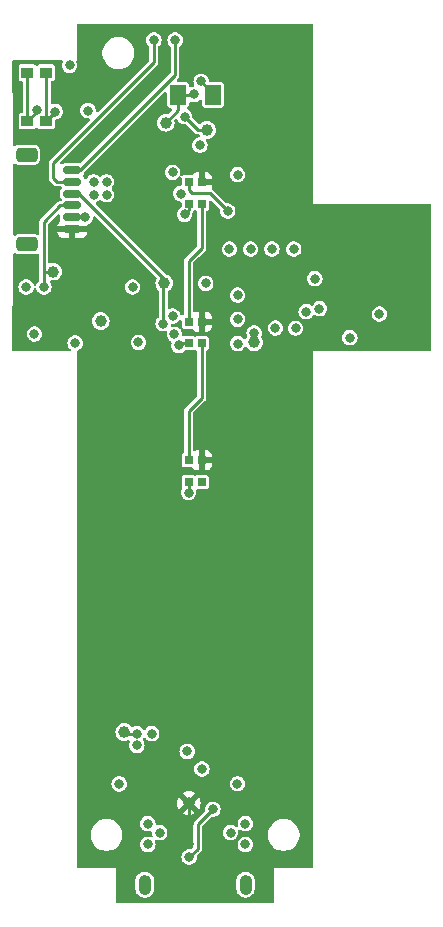
<source format=gbl>
G04 #@! TF.GenerationSoftware,KiCad,Pcbnew,8.0.7*
G04 #@! TF.CreationDate,2025-08-07T07:41:48-04:00*
G04 #@! TF.ProjectId,room_environment_monitor,726f6f6d-5f65-46e7-9669-726f6e6d656e,rev?*
G04 #@! TF.SameCoordinates,Original*
G04 #@! TF.FileFunction,Copper,L4,Bot*
G04 #@! TF.FilePolarity,Positive*
%FSLAX46Y46*%
G04 Gerber Fmt 4.6, Leading zero omitted, Abs format (unit mm)*
G04 Created by KiCad (PCBNEW 8.0.7) date 2025-08-07 07:41:48*
%MOMM*%
%LPD*%
G01*
G04 APERTURE LIST*
G04 Aperture macros list*
%AMRoundRect*
0 Rectangle with rounded corners*
0 $1 Rounding radius*
0 $2 $3 $4 $5 $6 $7 $8 $9 X,Y pos of 4 corners*
0 Add a 4 corners polygon primitive as box body*
4,1,4,$2,$3,$4,$5,$6,$7,$8,$9,$2,$3,0*
0 Add four circle primitives for the rounded corners*
1,1,$1+$1,$2,$3*
1,1,$1+$1,$4,$5*
1,1,$1+$1,$6,$7*
1,1,$1+$1,$8,$9*
0 Add four rect primitives between the rounded corners*
20,1,$1+$1,$2,$3,$4,$5,0*
20,1,$1+$1,$4,$5,$6,$7,0*
20,1,$1+$1,$6,$7,$8,$9,0*
20,1,$1+$1,$8,$9,$2,$3,0*%
G04 Aperture macros list end*
G04 #@! TA.AperFunction,SMDPad,CuDef*
%ADD10R,1.000000X0.900000*%
G04 #@! TD*
G04 #@! TA.AperFunction,ComponentPad*
%ADD11O,1.066800X1.701800*%
G04 #@! TD*
G04 #@! TA.AperFunction,SMDPad,CuDef*
%ADD12C,1.000000*%
G04 #@! TD*
G04 #@! TA.AperFunction,SMDPad,CuDef*
%ADD13R,0.700000X0.700000*%
G04 #@! TD*
G04 #@! TA.AperFunction,SMDPad,CuDef*
%ADD14RoundRect,0.250001X0.462499X0.624999X-0.462499X0.624999X-0.462499X-0.624999X0.462499X-0.624999X0*%
G04 #@! TD*
G04 #@! TA.AperFunction,SMDPad,CuDef*
%ADD15RoundRect,0.150000X0.625000X-0.150000X0.625000X0.150000X-0.625000X0.150000X-0.625000X-0.150000X0*%
G04 #@! TD*
G04 #@! TA.AperFunction,SMDPad,CuDef*
%ADD16RoundRect,0.250000X0.650000X-0.350000X0.650000X0.350000X-0.650000X0.350000X-0.650000X-0.350000X0*%
G04 #@! TD*
G04 #@! TA.AperFunction,ViaPad*
%ADD17C,0.800000*%
G04 #@! TD*
G04 #@! TA.AperFunction,Conductor*
%ADD18C,0.250000*%
G04 #@! TD*
G04 APERTURE END LIST*
D10*
X97400000Y-78250000D03*
X97400000Y-74150000D03*
X95800000Y-78250000D03*
X95800000Y-74150000D03*
D11*
X114269999Y-142900001D03*
X105730001Y-142900001D03*
D12*
X111000000Y-79000000D03*
X102000000Y-95200000D03*
D13*
X110550000Y-108815000D03*
X109450000Y-108815000D03*
X109450000Y-106985000D03*
X110550000Y-106985000D03*
D14*
X111525000Y-76050000D03*
X108550000Y-76050000D03*
D13*
X110550000Y-97065000D03*
X109450000Y-97065000D03*
X109450000Y-95235000D03*
X110550000Y-95235000D03*
D12*
X98000000Y-91000000D03*
X115000000Y-97000000D03*
X107400000Y-92000000D03*
D15*
X99600000Y-87400000D03*
X99600000Y-86400000D03*
X99600000Y-85400000D03*
X99600000Y-84400000D03*
X99600000Y-83400000D03*
X99600000Y-82400000D03*
D16*
X95725000Y-88700000D03*
X95725000Y-81100000D03*
D12*
X104000000Y-130000000D03*
D13*
X110550000Y-85265000D03*
X109450000Y-85265000D03*
X109450000Y-83435000D03*
X110550000Y-83435000D03*
D12*
X107500000Y-78400000D03*
X109470000Y-136000000D03*
D17*
X99369469Y-73551109D03*
X98170702Y-77454739D03*
X96595787Y-77282838D03*
X97200000Y-92300000D03*
X102500000Y-84500000D03*
X103575000Y-134375000D03*
X109110000Y-86160000D03*
X108099998Y-94770000D03*
X109325000Y-131625000D03*
X110400000Y-80300000D03*
X102500000Y-83400000D03*
X110575000Y-133125000D03*
X125600000Y-94600000D03*
X106000000Y-137750000D03*
X101400000Y-84500000D03*
X112900000Y-89100000D03*
X106000000Y-139500000D03*
X119400000Y-94400000D03*
X113600001Y-95044600D03*
X114250000Y-137750000D03*
X110900000Y-92000000D03*
X108618823Y-97256944D03*
X113000000Y-138500000D03*
X116800000Y-95770000D03*
X109450000Y-109710000D03*
X101400000Y-83400000D03*
X100685000Y-86400000D03*
X113580000Y-134370000D03*
X120140000Y-91600000D03*
X114250000Y-139500000D03*
X107000000Y-138500000D03*
X113600000Y-97100000D03*
X96390865Y-96277647D03*
X107300000Y-95400000D03*
X120530000Y-94140000D03*
X95700000Y-92300000D03*
X118350000Y-89100000D03*
X105075000Y-130125000D03*
X113600000Y-82800000D03*
X113600000Y-93000000D03*
X116500000Y-89100000D03*
X105200000Y-97000000D03*
X110500000Y-74900000D03*
X118500000Y-95800000D03*
X108250000Y-96320000D03*
X123100000Y-96600000D03*
X105075000Y-131125000D03*
X114700000Y-89100000D03*
X106325000Y-130125000D03*
X108794052Y-84398863D03*
X99850000Y-97050000D03*
X123530000Y-92190000D03*
X109500000Y-139500000D03*
X111500000Y-138550000D03*
X127930000Y-92250000D03*
X109440000Y-87220000D03*
X113875000Y-75325000D03*
X109500000Y-137750000D03*
X111500000Y-140000000D03*
X108300000Y-71400000D03*
X104700000Y-92300000D03*
X108100000Y-82600000D03*
X106500000Y-71400000D03*
X109500000Y-140575000D03*
X111500000Y-136525000D03*
X109102500Y-77877500D03*
X102000000Y-95200000D03*
X115005000Y-96195000D03*
X100932000Y-77368800D03*
X109900000Y-76000000D03*
X112757500Y-85867500D03*
D18*
X97400000Y-78225441D02*
X98170702Y-77454739D01*
X97400000Y-74150000D02*
X97400000Y-78250000D01*
X95800000Y-74150000D02*
X95800000Y-78250000D01*
X96595787Y-77454213D02*
X95800000Y-78250000D01*
X96595787Y-77282838D02*
X96595787Y-77454213D01*
X98000000Y-91000000D02*
X97280000Y-91000000D01*
X98600001Y-85400000D02*
X97200000Y-86800001D01*
X97200000Y-86800001D02*
X97200000Y-91080000D01*
X97280000Y-91000000D02*
X97200000Y-91080000D01*
X97200000Y-91080000D02*
X97200000Y-92300000D01*
X99375000Y-85400000D02*
X98600001Y-85400000D01*
X109450000Y-85265000D02*
X109450000Y-85820000D01*
X109450000Y-108815000D02*
X109450000Y-109710000D01*
X99315000Y-86400000D02*
X100685000Y-86400000D01*
X109450000Y-97065000D02*
X108810767Y-97065000D01*
X109450000Y-85820000D02*
X109110000Y-86160000D01*
X108810767Y-97065000D02*
X108618823Y-97256944D01*
X107300000Y-95400000D02*
X107300000Y-92100000D01*
X100149999Y-84400000D02*
X107400000Y-91650001D01*
X105075000Y-130125000D02*
X103715000Y-130125000D01*
X111525000Y-75925000D02*
X110500000Y-74900000D01*
X109500000Y-137750000D02*
X109500000Y-136320000D01*
X108300000Y-74350000D02*
X100250000Y-82400000D01*
X108300000Y-71400000D02*
X108300000Y-74350000D01*
X98000000Y-83100000D02*
X98000000Y-81800000D01*
X99375000Y-83400000D02*
X98300000Y-83400000D01*
X106500000Y-73300000D02*
X106500000Y-71400000D01*
X98000000Y-81800000D02*
X106500000Y-73300000D01*
X98300000Y-83400000D02*
X98000000Y-83100000D01*
X111500000Y-136525000D02*
X110225000Y-137800000D01*
X110225000Y-139850000D02*
X109500000Y-140575000D01*
X110225000Y-137800000D02*
X110225000Y-139850000D01*
X109102500Y-77877500D02*
X110225000Y-79000000D01*
X111000000Y-79000000D02*
X110225000Y-79000000D01*
X115000000Y-97000000D02*
X115000000Y-96200000D01*
X115000000Y-96200000D02*
X115005000Y-96195000D01*
X110550000Y-101690000D02*
X109450000Y-102790000D01*
X109450000Y-102790000D02*
X109450000Y-106985000D01*
X110550000Y-97065000D02*
X110550000Y-101690000D01*
X110550000Y-85265000D02*
X110550000Y-88990000D01*
X109450000Y-90090000D02*
X109450000Y-95235000D01*
X110550000Y-88990000D02*
X109450000Y-90090000D01*
X108550000Y-76050000D02*
X109850000Y-76050000D01*
X109850000Y-76050000D02*
X109900000Y-76000000D01*
X108550000Y-77350000D02*
X107500000Y-78400000D01*
X108550000Y-76050000D02*
X108550000Y-77350000D01*
X111240000Y-84350000D02*
X112757500Y-85867500D01*
X109450000Y-83435000D02*
X109450000Y-84090000D01*
X109450000Y-84090000D02*
X109710000Y-84350000D01*
X109710000Y-84350000D02*
X111240000Y-84350000D01*
G04 #@! TA.AperFunction,Conductor*
G36*
X119943039Y-70019685D02*
G01*
X119988794Y-70072489D01*
X120000000Y-70124000D01*
X120000000Y-85250000D01*
X129876000Y-85250000D01*
X129943039Y-85269685D01*
X129988794Y-85322489D01*
X130000000Y-85374000D01*
X130000000Y-97626000D01*
X129980315Y-97693039D01*
X129927511Y-97738794D01*
X129876000Y-97750000D01*
X120000000Y-97750000D01*
X120000000Y-141376000D01*
X119980315Y-141443039D01*
X119927511Y-141488794D01*
X119876000Y-141500000D01*
X116700000Y-141500000D01*
X116700000Y-144376000D01*
X116680315Y-144443039D01*
X116627511Y-144488794D01*
X116576000Y-144500000D01*
X103424000Y-144500000D01*
X103356961Y-144480315D01*
X103311206Y-144427511D01*
X103300000Y-144376000D01*
X103300000Y-142505289D01*
X104946101Y-142505289D01*
X104946101Y-143294712D01*
X104976224Y-143446148D01*
X104976227Y-143446160D01*
X105035314Y-143588810D01*
X105035321Y-143588823D01*
X105121105Y-143717207D01*
X105121108Y-143717211D01*
X105230290Y-143826393D01*
X105230294Y-143826396D01*
X105358678Y-143912180D01*
X105358691Y-143912187D01*
X105501341Y-143971274D01*
X105501346Y-143971276D01*
X105652789Y-144001400D01*
X105652792Y-144001401D01*
X105652794Y-144001401D01*
X105807210Y-144001401D01*
X105807211Y-144001400D01*
X105958656Y-143971276D01*
X106101317Y-143912184D01*
X106229708Y-143826396D01*
X106338896Y-143717208D01*
X106424684Y-143588817D01*
X106483776Y-143446156D01*
X106513901Y-143294708D01*
X106513901Y-142505294D01*
X106513901Y-142505291D01*
X106513900Y-142505289D01*
X113486099Y-142505289D01*
X113486099Y-143294712D01*
X113516222Y-143446148D01*
X113516225Y-143446160D01*
X113575312Y-143588810D01*
X113575319Y-143588823D01*
X113661103Y-143717207D01*
X113661106Y-143717211D01*
X113770288Y-143826393D01*
X113770292Y-143826396D01*
X113898676Y-143912180D01*
X113898689Y-143912187D01*
X114041339Y-143971274D01*
X114041344Y-143971276D01*
X114192787Y-144001400D01*
X114192790Y-144001401D01*
X114192792Y-144001401D01*
X114347208Y-144001401D01*
X114347209Y-144001400D01*
X114498654Y-143971276D01*
X114641315Y-143912184D01*
X114769706Y-143826396D01*
X114878894Y-143717208D01*
X114964682Y-143588817D01*
X115023774Y-143446156D01*
X115053899Y-143294708D01*
X115053899Y-142505294D01*
X115053899Y-142505291D01*
X115053898Y-142505289D01*
X115023775Y-142353853D01*
X115023774Y-142353846D01*
X115023772Y-142353841D01*
X114964685Y-142211191D01*
X114964678Y-142211178D01*
X114878894Y-142082794D01*
X114878891Y-142082790D01*
X114769709Y-141973608D01*
X114769705Y-141973605D01*
X114641321Y-141887821D01*
X114641308Y-141887814D01*
X114498658Y-141828727D01*
X114498646Y-141828724D01*
X114347209Y-141798601D01*
X114347206Y-141798601D01*
X114192792Y-141798601D01*
X114192789Y-141798601D01*
X114041351Y-141828724D01*
X114041339Y-141828727D01*
X113898689Y-141887814D01*
X113898676Y-141887821D01*
X113770292Y-141973605D01*
X113770288Y-141973608D01*
X113661106Y-142082790D01*
X113661103Y-142082794D01*
X113575319Y-142211178D01*
X113575312Y-142211191D01*
X113516225Y-142353841D01*
X113516222Y-142353853D01*
X113486099Y-142505289D01*
X106513900Y-142505289D01*
X106483777Y-142353853D01*
X106483776Y-142353846D01*
X106483774Y-142353841D01*
X106424687Y-142211191D01*
X106424680Y-142211178D01*
X106338896Y-142082794D01*
X106338893Y-142082790D01*
X106229711Y-141973608D01*
X106229707Y-141973605D01*
X106101323Y-141887821D01*
X106101310Y-141887814D01*
X105958660Y-141828727D01*
X105958648Y-141828724D01*
X105807211Y-141798601D01*
X105807208Y-141798601D01*
X105652794Y-141798601D01*
X105652791Y-141798601D01*
X105501353Y-141828724D01*
X105501341Y-141828727D01*
X105358691Y-141887814D01*
X105358678Y-141887821D01*
X105230294Y-141973605D01*
X105230290Y-141973608D01*
X105121108Y-142082790D01*
X105121105Y-142082794D01*
X105035321Y-142211178D01*
X105035314Y-142211191D01*
X104976227Y-142353841D01*
X104976224Y-142353853D01*
X104946101Y-142505289D01*
X103300000Y-142505289D01*
X103300000Y-141500000D01*
X100124000Y-141500000D01*
X100056961Y-141480315D01*
X100011206Y-141427511D01*
X100000000Y-141376000D01*
X100000000Y-140574999D01*
X108844722Y-140574999D01*
X108844722Y-140575000D01*
X108863762Y-140731818D01*
X108919780Y-140879523D01*
X109009517Y-141009530D01*
X109127760Y-141114283D01*
X109127762Y-141114284D01*
X109267634Y-141187696D01*
X109421014Y-141225500D01*
X109421015Y-141225500D01*
X109578985Y-141225500D01*
X109732365Y-141187696D01*
X109872240Y-141114283D01*
X109990483Y-141009530D01*
X110080220Y-140879523D01*
X110136237Y-140731818D01*
X110155278Y-140575000D01*
X110149102Y-140524144D01*
X110160561Y-140455224D01*
X110184511Y-140421524D01*
X110525475Y-140080563D01*
X110562030Y-140017246D01*
X110574910Y-139994938D01*
X110600500Y-139899435D01*
X110600500Y-139499999D01*
X113594722Y-139499999D01*
X113594722Y-139500000D01*
X113613762Y-139656818D01*
X113641813Y-139730780D01*
X113669780Y-139804523D01*
X113759517Y-139934530D01*
X113877760Y-140039283D01*
X113877762Y-140039284D01*
X114017634Y-140112696D01*
X114171014Y-140150500D01*
X114171015Y-140150500D01*
X114328985Y-140150500D01*
X114482365Y-140112696D01*
X114622240Y-140039283D01*
X114740483Y-139934530D01*
X114830220Y-139804523D01*
X114886237Y-139656818D01*
X114905278Y-139500000D01*
X114894086Y-139407820D01*
X114886237Y-139343181D01*
X114864992Y-139287164D01*
X114830220Y-139195477D01*
X114740483Y-139065470D01*
X114622240Y-138960717D01*
X114622238Y-138960716D01*
X114622237Y-138960715D01*
X114482365Y-138887303D01*
X114328986Y-138849500D01*
X114328985Y-138849500D01*
X114171015Y-138849500D01*
X114171014Y-138849500D01*
X114017634Y-138887303D01*
X113877762Y-138960715D01*
X113759516Y-139065471D01*
X113669781Y-139195475D01*
X113669780Y-139195476D01*
X113613762Y-139343181D01*
X113594722Y-139499999D01*
X110600500Y-139499999D01*
X110600500Y-138499999D01*
X112344722Y-138499999D01*
X112344722Y-138500000D01*
X112363762Y-138656818D01*
X112390233Y-138726615D01*
X112419780Y-138804523D01*
X112509517Y-138934530D01*
X112627760Y-139039283D01*
X112627762Y-139039284D01*
X112767634Y-139112696D01*
X112921014Y-139150500D01*
X112921015Y-139150500D01*
X113078985Y-139150500D01*
X113232365Y-139112696D01*
X113240562Y-139108394D01*
X113372240Y-139039283D01*
X113490483Y-138934530D01*
X113580220Y-138804523D01*
X113636237Y-138656818D01*
X113643899Y-138593713D01*
X116149500Y-138593713D01*
X116149500Y-138806286D01*
X116169811Y-138934528D01*
X116182754Y-139016243D01*
X116240990Y-139195475D01*
X116248444Y-139218414D01*
X116344951Y-139407820D01*
X116469890Y-139579786D01*
X116620213Y-139730109D01*
X116792179Y-139855048D01*
X116792181Y-139855049D01*
X116792184Y-139855051D01*
X116981588Y-139951557D01*
X117183757Y-140017246D01*
X117393713Y-140050500D01*
X117393714Y-140050500D01*
X117606286Y-140050500D01*
X117606287Y-140050500D01*
X117816243Y-140017246D01*
X118018412Y-139951557D01*
X118207816Y-139855051D01*
X118277361Y-139804524D01*
X118379786Y-139730109D01*
X118379788Y-139730106D01*
X118379792Y-139730104D01*
X118530104Y-139579792D01*
X118530106Y-139579788D01*
X118530109Y-139579786D01*
X118655048Y-139407820D01*
X118655047Y-139407820D01*
X118655051Y-139407816D01*
X118751557Y-139218412D01*
X118817246Y-139016243D01*
X118850500Y-138806287D01*
X118850500Y-138593713D01*
X118817246Y-138383757D01*
X118751557Y-138181588D01*
X118655051Y-137992184D01*
X118655049Y-137992181D01*
X118655048Y-137992179D01*
X118530109Y-137820213D01*
X118379786Y-137669890D01*
X118207820Y-137544951D01*
X118018414Y-137448444D01*
X118018413Y-137448443D01*
X118018412Y-137448443D01*
X117816243Y-137382754D01*
X117816241Y-137382753D01*
X117816240Y-137382753D01*
X117654957Y-137357208D01*
X117606287Y-137349500D01*
X117393713Y-137349500D01*
X117345042Y-137357208D01*
X117183760Y-137382753D01*
X117183757Y-137382754D01*
X116990720Y-137445476D01*
X116981585Y-137448444D01*
X116792179Y-137544951D01*
X116620213Y-137669890D01*
X116469890Y-137820213D01*
X116344951Y-137992179D01*
X116248444Y-138181585D01*
X116248443Y-138181587D01*
X116248443Y-138181588D01*
X116243930Y-138195477D01*
X116182753Y-138383760D01*
X116149500Y-138593713D01*
X113643899Y-138593713D01*
X113655278Y-138500000D01*
X113652975Y-138481037D01*
X113639202Y-138367601D01*
X113650662Y-138298678D01*
X113697566Y-138246892D01*
X113765022Y-138228685D01*
X113831613Y-138249837D01*
X113844518Y-138259834D01*
X113869452Y-138281923D01*
X113877762Y-138289285D01*
X114017634Y-138362696D01*
X114171014Y-138400500D01*
X114171015Y-138400500D01*
X114328985Y-138400500D01*
X114482365Y-138362696D01*
X114519547Y-138343181D01*
X114622240Y-138289283D01*
X114740483Y-138184530D01*
X114830220Y-138054523D01*
X114886237Y-137906818D01*
X114905278Y-137750000D01*
X114886237Y-137593182D01*
X114877231Y-137569436D01*
X114864992Y-137537164D01*
X114830220Y-137445477D01*
X114740483Y-137315470D01*
X114622240Y-137210717D01*
X114622238Y-137210716D01*
X114622237Y-137210715D01*
X114482365Y-137137303D01*
X114328986Y-137099500D01*
X114328985Y-137099500D01*
X114171015Y-137099500D01*
X114171014Y-137099500D01*
X114017634Y-137137303D01*
X113877762Y-137210715D01*
X113759516Y-137315471D01*
X113669781Y-137445475D01*
X113669780Y-137445476D01*
X113613762Y-137593181D01*
X113594722Y-137749999D01*
X113594722Y-137750000D01*
X113610797Y-137882398D01*
X113599336Y-137951322D01*
X113552432Y-138003107D01*
X113484976Y-138021314D01*
X113418385Y-138000161D01*
X113405479Y-137990163D01*
X113372240Y-137960717D01*
X113372237Y-137960714D01*
X113232365Y-137887303D01*
X113078986Y-137849500D01*
X113078985Y-137849500D01*
X112921015Y-137849500D01*
X112921014Y-137849500D01*
X112767634Y-137887303D01*
X112627762Y-137960715D01*
X112509516Y-138065471D01*
X112419781Y-138195475D01*
X112419780Y-138195476D01*
X112363762Y-138343181D01*
X112344722Y-138499999D01*
X110600500Y-138499999D01*
X110600500Y-138006898D01*
X110620185Y-137939859D01*
X110636815Y-137919221D01*
X111344217Y-137211818D01*
X111405540Y-137178334D01*
X111431898Y-137175500D01*
X111578985Y-137175500D01*
X111732365Y-137137696D01*
X111805140Y-137099500D01*
X111872240Y-137064283D01*
X111990483Y-136959530D01*
X112080220Y-136829523D01*
X112136237Y-136681818D01*
X112155278Y-136525000D01*
X112136237Y-136368182D01*
X112080220Y-136220477D01*
X111990483Y-136090470D01*
X111872240Y-135985717D01*
X111872238Y-135985716D01*
X111872237Y-135985715D01*
X111732365Y-135912303D01*
X111578986Y-135874500D01*
X111578985Y-135874500D01*
X111421015Y-135874500D01*
X111421014Y-135874500D01*
X111267634Y-135912303D01*
X111127762Y-135985715D01*
X111009516Y-136090471D01*
X110919781Y-136220475D01*
X110919780Y-136220476D01*
X110863762Y-136368181D01*
X110844722Y-136524999D01*
X110844722Y-136525001D01*
X110850896Y-136575854D01*
X110839435Y-136644777D01*
X110815481Y-136678480D01*
X109994438Y-137499525D01*
X109924526Y-137569436D01*
X109875091Y-137655059D01*
X109875091Y-137655060D01*
X109875090Y-137655062D01*
X109849500Y-137750565D01*
X109849500Y-137750567D01*
X109849500Y-139643099D01*
X109829815Y-139710138D01*
X109813181Y-139730780D01*
X109655780Y-139888181D01*
X109594457Y-139921666D01*
X109568099Y-139924500D01*
X109421014Y-139924500D01*
X109267634Y-139962303D01*
X109127762Y-140035715D01*
X109009516Y-140140471D01*
X108919781Y-140270475D01*
X108919780Y-140270476D01*
X108863762Y-140418181D01*
X108844722Y-140574999D01*
X100000000Y-140574999D01*
X100000000Y-138593713D01*
X101149500Y-138593713D01*
X101149500Y-138806286D01*
X101169811Y-138934528D01*
X101182754Y-139016243D01*
X101240990Y-139195475D01*
X101248444Y-139218414D01*
X101344951Y-139407820D01*
X101469890Y-139579786D01*
X101620213Y-139730109D01*
X101792179Y-139855048D01*
X101792181Y-139855049D01*
X101792184Y-139855051D01*
X101981588Y-139951557D01*
X102183757Y-140017246D01*
X102393713Y-140050500D01*
X102393714Y-140050500D01*
X102606286Y-140050500D01*
X102606287Y-140050500D01*
X102816243Y-140017246D01*
X103018412Y-139951557D01*
X103207816Y-139855051D01*
X103277361Y-139804524D01*
X103379786Y-139730109D01*
X103379788Y-139730106D01*
X103379792Y-139730104D01*
X103530104Y-139579792D01*
X103530106Y-139579788D01*
X103530109Y-139579786D01*
X103655048Y-139407820D01*
X103655047Y-139407820D01*
X103655051Y-139407816D01*
X103751557Y-139218412D01*
X103817246Y-139016243D01*
X103850500Y-138806287D01*
X103850500Y-138593713D01*
X103817246Y-138383757D01*
X103751557Y-138181588D01*
X103655051Y-137992184D01*
X103655049Y-137992181D01*
X103655048Y-137992179D01*
X103530109Y-137820213D01*
X103459895Y-137749999D01*
X105344722Y-137749999D01*
X105344722Y-137750000D01*
X105363762Y-137906818D01*
X105419780Y-138054523D01*
X105509517Y-138184530D01*
X105627760Y-138289283D01*
X105627762Y-138289284D01*
X105767634Y-138362696D01*
X105921014Y-138400500D01*
X105921015Y-138400500D01*
X106078985Y-138400500D01*
X106191049Y-138372879D01*
X106260849Y-138375948D01*
X106317911Y-138416268D01*
X106344117Y-138481037D01*
X106344722Y-138493276D01*
X106344722Y-138500000D01*
X106363763Y-138656818D01*
X106390233Y-138726615D01*
X106395600Y-138796278D01*
X106362452Y-138857785D01*
X106301314Y-138891606D01*
X106240028Y-138887560D01*
X106239649Y-138889099D01*
X106078986Y-138849500D01*
X106078985Y-138849500D01*
X105921015Y-138849500D01*
X105921014Y-138849500D01*
X105767634Y-138887303D01*
X105627762Y-138960715D01*
X105509516Y-139065471D01*
X105419781Y-139195475D01*
X105419780Y-139195476D01*
X105363762Y-139343181D01*
X105344722Y-139499999D01*
X105344722Y-139500000D01*
X105363762Y-139656818D01*
X105391813Y-139730780D01*
X105419780Y-139804523D01*
X105509517Y-139934530D01*
X105627760Y-140039283D01*
X105627762Y-140039284D01*
X105767634Y-140112696D01*
X105921014Y-140150500D01*
X105921015Y-140150500D01*
X106078985Y-140150500D01*
X106232365Y-140112696D01*
X106372240Y-140039283D01*
X106490483Y-139934530D01*
X106580220Y-139804523D01*
X106636237Y-139656818D01*
X106655278Y-139500000D01*
X106636237Y-139343182D01*
X106609765Y-139273383D01*
X106604399Y-139203721D01*
X106637546Y-139142215D01*
X106698684Y-139108394D01*
X106759972Y-139112438D01*
X106760351Y-139110901D01*
X106921014Y-139150500D01*
X106921015Y-139150500D01*
X107078985Y-139150500D01*
X107232365Y-139112696D01*
X107240562Y-139108394D01*
X107372240Y-139039283D01*
X107490483Y-138934530D01*
X107580220Y-138804523D01*
X107636237Y-138656818D01*
X107655278Y-138500000D01*
X107652976Y-138481037D01*
X107636237Y-138343181D01*
X107592814Y-138228685D01*
X107580220Y-138195477D01*
X107490483Y-138065470D01*
X107372240Y-137960717D01*
X107372238Y-137960716D01*
X107372237Y-137960715D01*
X107232365Y-137887303D01*
X107078986Y-137849500D01*
X107078985Y-137849500D01*
X106921015Y-137849500D01*
X106921014Y-137849500D01*
X106808952Y-137877120D01*
X106739150Y-137874051D01*
X106682088Y-137833730D01*
X106655883Y-137768961D01*
X106655278Y-137756723D01*
X106655278Y-137749999D01*
X106636237Y-137593181D01*
X106614992Y-137537164D01*
X106580220Y-137445477D01*
X106490483Y-137315470D01*
X106372240Y-137210717D01*
X106372238Y-137210716D01*
X106372237Y-137210715D01*
X106232365Y-137137303D01*
X106078986Y-137099500D01*
X106078985Y-137099500D01*
X105921015Y-137099500D01*
X105921014Y-137099500D01*
X105767634Y-137137303D01*
X105627762Y-137210715D01*
X105509516Y-137315471D01*
X105419781Y-137445475D01*
X105419780Y-137445476D01*
X105363762Y-137593181D01*
X105344722Y-137749999D01*
X103459895Y-137749999D01*
X103379786Y-137669890D01*
X103207820Y-137544951D01*
X103018414Y-137448444D01*
X103018413Y-137448443D01*
X103018412Y-137448443D01*
X102816243Y-137382754D01*
X102816241Y-137382753D01*
X102816240Y-137382753D01*
X102654957Y-137357208D01*
X102606287Y-137349500D01*
X102393713Y-137349500D01*
X102345042Y-137357208D01*
X102183760Y-137382753D01*
X102183757Y-137382754D01*
X101990720Y-137445476D01*
X101981585Y-137448444D01*
X101792179Y-137544951D01*
X101620213Y-137669890D01*
X101469890Y-137820213D01*
X101344951Y-137992179D01*
X101248444Y-138181585D01*
X101248443Y-138181587D01*
X101248443Y-138181588D01*
X101243930Y-138195477D01*
X101182753Y-138383760D01*
X101149500Y-138593713D01*
X100000000Y-138593713D01*
X100000000Y-136862075D01*
X108961476Y-136862075D01*
X109085462Y-136928348D01*
X109273969Y-136985531D01*
X109273965Y-136985531D01*
X109470000Y-137004838D01*
X109666032Y-136985531D01*
X109854537Y-136928348D01*
X109978523Y-136862076D01*
X109978523Y-136862075D01*
X109470001Y-136353553D01*
X109470000Y-136353553D01*
X108961476Y-136862075D01*
X100000000Y-136862075D01*
X100000000Y-136000000D01*
X108465161Y-136000000D01*
X108484468Y-136196032D01*
X108541651Y-136384539D01*
X108607922Y-136508523D01*
X109116446Y-136000000D01*
X109116446Y-135999999D01*
X109823553Y-135999999D01*
X109823553Y-136000000D01*
X110332075Y-136508523D01*
X110332076Y-136508523D01*
X110398348Y-136384537D01*
X110455531Y-136196032D01*
X110474838Y-136000000D01*
X110455531Y-135803967D01*
X110398348Y-135615462D01*
X110332075Y-135491476D01*
X109823553Y-135999999D01*
X109116446Y-135999999D01*
X108607923Y-135491476D01*
X108541649Y-135615466D01*
X108484468Y-135803967D01*
X108465161Y-136000000D01*
X100000000Y-136000000D01*
X100000000Y-135137923D01*
X108961476Y-135137923D01*
X109470000Y-135646446D01*
X109470001Y-135646446D01*
X109978523Y-135137923D01*
X109978523Y-135137922D01*
X109854539Y-135071651D01*
X109666030Y-135014468D01*
X109666034Y-135014468D01*
X109470000Y-134995161D01*
X109273967Y-135014468D01*
X109085466Y-135071649D01*
X108961476Y-135137923D01*
X100000000Y-135137923D01*
X100000000Y-134374999D01*
X102919722Y-134374999D01*
X102919722Y-134375000D01*
X102938762Y-134531818D01*
X102992884Y-134674523D01*
X102994780Y-134679523D01*
X103084517Y-134809530D01*
X103202760Y-134914283D01*
X103202762Y-134914284D01*
X103342634Y-134987696D01*
X103496014Y-135025500D01*
X103496015Y-135025500D01*
X103653985Y-135025500D01*
X103807365Y-134987696D01*
X103816892Y-134982696D01*
X103947240Y-134914283D01*
X104065483Y-134809530D01*
X104155220Y-134679523D01*
X104211237Y-134531818D01*
X104230278Y-134375000D01*
X104229671Y-134369999D01*
X112924722Y-134369999D01*
X112924722Y-134370000D01*
X112943762Y-134526818D01*
X112999780Y-134674523D01*
X113089517Y-134804530D01*
X113207760Y-134909283D01*
X113219860Y-134915633D01*
X113347634Y-134982696D01*
X113501014Y-135020500D01*
X113501015Y-135020500D01*
X113658985Y-135020500D01*
X113812365Y-134982696D01*
X113952240Y-134909283D01*
X114070483Y-134804530D01*
X114160220Y-134674523D01*
X114216237Y-134526818D01*
X114235278Y-134370000D01*
X114216237Y-134213182D01*
X114160220Y-134065477D01*
X114070483Y-133935470D01*
X113952240Y-133830717D01*
X113952238Y-133830716D01*
X113952237Y-133830715D01*
X113812365Y-133757303D01*
X113658986Y-133719500D01*
X113658985Y-133719500D01*
X113501015Y-133719500D01*
X113501014Y-133719500D01*
X113347634Y-133757303D01*
X113207762Y-133830715D01*
X113089516Y-133935471D01*
X112999781Y-134065475D01*
X112999780Y-134065476D01*
X112943762Y-134213181D01*
X112924722Y-134369999D01*
X104229671Y-134369999D01*
X104211237Y-134218182D01*
X104209340Y-134213181D01*
X104189992Y-134162164D01*
X104155220Y-134070477D01*
X104065483Y-133940470D01*
X103947240Y-133835717D01*
X103947238Y-133835716D01*
X103947237Y-133835715D01*
X103807365Y-133762303D01*
X103653986Y-133724500D01*
X103653985Y-133724500D01*
X103496015Y-133724500D01*
X103496014Y-133724500D01*
X103342634Y-133762303D01*
X103202762Y-133835715D01*
X103084516Y-133940471D01*
X102994781Y-134070475D01*
X102994780Y-134070476D01*
X102938762Y-134218181D01*
X102919722Y-134374999D01*
X100000000Y-134374999D01*
X100000000Y-133124999D01*
X109919722Y-133124999D01*
X109919722Y-133125000D01*
X109938762Y-133281818D01*
X109994780Y-133429523D01*
X110084517Y-133559530D01*
X110202760Y-133664283D01*
X110202762Y-133664284D01*
X110342634Y-133737696D01*
X110496014Y-133775500D01*
X110496015Y-133775500D01*
X110653985Y-133775500D01*
X110807365Y-133737696D01*
X110947240Y-133664283D01*
X111065483Y-133559530D01*
X111155220Y-133429523D01*
X111211237Y-133281818D01*
X111230278Y-133125000D01*
X111211237Y-132968182D01*
X111155220Y-132820477D01*
X111065483Y-132690470D01*
X110947240Y-132585717D01*
X110947238Y-132585716D01*
X110947237Y-132585715D01*
X110807365Y-132512303D01*
X110653986Y-132474500D01*
X110653985Y-132474500D01*
X110496015Y-132474500D01*
X110496014Y-132474500D01*
X110342634Y-132512303D01*
X110202762Y-132585715D01*
X110084516Y-132690471D01*
X109994781Y-132820475D01*
X109994780Y-132820476D01*
X109938762Y-132968181D01*
X109919722Y-133124999D01*
X100000000Y-133124999D01*
X100000000Y-129999997D01*
X103244751Y-129999997D01*
X103244751Y-130000002D01*
X103263685Y-130168056D01*
X103319545Y-130327694D01*
X103319547Y-130327697D01*
X103409518Y-130470884D01*
X103409523Y-130470890D01*
X103529109Y-130590476D01*
X103529115Y-130590481D01*
X103672302Y-130680452D01*
X103672305Y-130680454D01*
X103672309Y-130680455D01*
X103672310Y-130680456D01*
X103700929Y-130690470D01*
X103831943Y-130736314D01*
X103999997Y-130755249D01*
X104000000Y-130755249D01*
X104000003Y-130755249D01*
X104168059Y-130736313D01*
X104168061Y-130736313D01*
X104330263Y-130679556D01*
X104400042Y-130675994D01*
X104460669Y-130710722D01*
X104492897Y-130772716D01*
X104487160Y-130840568D01*
X104438763Y-130968181D01*
X104419722Y-131124999D01*
X104419722Y-131125000D01*
X104438762Y-131281818D01*
X104453424Y-131320477D01*
X104494780Y-131429523D01*
X104584517Y-131559530D01*
X104702760Y-131664283D01*
X104702762Y-131664284D01*
X104842634Y-131737696D01*
X104996014Y-131775500D01*
X104996015Y-131775500D01*
X105153985Y-131775500D01*
X105307365Y-131737696D01*
X105447240Y-131664283D01*
X105491583Y-131624999D01*
X108669722Y-131624999D01*
X108669722Y-131625000D01*
X108688762Y-131781818D01*
X108744780Y-131929523D01*
X108834517Y-132059530D01*
X108952760Y-132164283D01*
X108952762Y-132164284D01*
X109092634Y-132237696D01*
X109246014Y-132275500D01*
X109246015Y-132275500D01*
X109403985Y-132275500D01*
X109557365Y-132237696D01*
X109697240Y-132164283D01*
X109815483Y-132059530D01*
X109905220Y-131929523D01*
X109961237Y-131781818D01*
X109980278Y-131625000D01*
X109961237Y-131468182D01*
X109905220Y-131320477D01*
X109815483Y-131190470D01*
X109697240Y-131085717D01*
X109697238Y-131085716D01*
X109697237Y-131085715D01*
X109557365Y-131012303D01*
X109403986Y-130974500D01*
X109403985Y-130974500D01*
X109246015Y-130974500D01*
X109246014Y-130974500D01*
X109092634Y-131012303D01*
X108952762Y-131085715D01*
X108834516Y-131190471D01*
X108744781Y-131320475D01*
X108744780Y-131320476D01*
X108688762Y-131468181D01*
X108669722Y-131624999D01*
X105491583Y-131624999D01*
X105565483Y-131559530D01*
X105655220Y-131429523D01*
X105711237Y-131281818D01*
X105730278Y-131125000D01*
X105711237Y-130968182D01*
X105655220Y-130820477D01*
X105568912Y-130695438D01*
X105547030Y-130629086D01*
X105564495Y-130561434D01*
X105568905Y-130554571D01*
X105597950Y-130512492D01*
X105652233Y-130468502D01*
X105721682Y-130460843D01*
X105784247Y-130491947D01*
X105802049Y-130512492D01*
X105834517Y-130559530D01*
X105952760Y-130664283D01*
X105952762Y-130664284D01*
X106092634Y-130737696D01*
X106246014Y-130775500D01*
X106246015Y-130775500D01*
X106403985Y-130775500D01*
X106557365Y-130737696D01*
X106608759Y-130710722D01*
X106697240Y-130664283D01*
X106815483Y-130559530D01*
X106905220Y-130429523D01*
X106961237Y-130281818D01*
X106980278Y-130125000D01*
X106961237Y-129968182D01*
X106905220Y-129820477D01*
X106815483Y-129690470D01*
X106697240Y-129585717D01*
X106697238Y-129585716D01*
X106697237Y-129585715D01*
X106557365Y-129512303D01*
X106403986Y-129474500D01*
X106403985Y-129474500D01*
X106246015Y-129474500D01*
X106246014Y-129474500D01*
X106092634Y-129512303D01*
X105952762Y-129585715D01*
X105834517Y-129690469D01*
X105802050Y-129737507D01*
X105747766Y-129781497D01*
X105678318Y-129789156D01*
X105615753Y-129758052D01*
X105597950Y-129737507D01*
X105565483Y-129690470D01*
X105447240Y-129585717D01*
X105447238Y-129585716D01*
X105447237Y-129585715D01*
X105307365Y-129512303D01*
X105153986Y-129474500D01*
X105153985Y-129474500D01*
X104996015Y-129474500D01*
X104996014Y-129474500D01*
X104842634Y-129512303D01*
X104746133Y-129562952D01*
X104677625Y-129576678D01*
X104612571Y-129551186D01*
X104591558Y-129530467D01*
X104590480Y-129529115D01*
X104590477Y-129529110D01*
X104470890Y-129409523D01*
X104470884Y-129409518D01*
X104327697Y-129319547D01*
X104327694Y-129319545D01*
X104168056Y-129263685D01*
X104000003Y-129244751D01*
X103999997Y-129244751D01*
X103831943Y-129263685D01*
X103672305Y-129319545D01*
X103672302Y-129319547D01*
X103529115Y-129409518D01*
X103529109Y-129409523D01*
X103409523Y-129529109D01*
X103409518Y-129529115D01*
X103319547Y-129672302D01*
X103319545Y-129672305D01*
X103263685Y-129831943D01*
X103244751Y-129999997D01*
X100000000Y-129999997D01*
X100000000Y-109709999D01*
X108794722Y-109709999D01*
X108794722Y-109710000D01*
X108813762Y-109866818D01*
X108869780Y-110014523D01*
X108959517Y-110144530D01*
X109077760Y-110249283D01*
X109077762Y-110249284D01*
X109217634Y-110322696D01*
X109371014Y-110360500D01*
X109371015Y-110360500D01*
X109528985Y-110360500D01*
X109682365Y-110322696D01*
X109822240Y-110249283D01*
X109940483Y-110144530D01*
X110030220Y-110014523D01*
X110086237Y-109866818D01*
X110105278Y-109710000D01*
X110105278Y-109709999D01*
X110086391Y-109554446D01*
X110097852Y-109485523D01*
X110144756Y-109433737D01*
X110209487Y-109415500D01*
X110924676Y-109415500D01*
X110924677Y-109415499D01*
X110997740Y-109400966D01*
X111080601Y-109345601D01*
X111135966Y-109262740D01*
X111150500Y-109189674D01*
X111150500Y-108440326D01*
X111150500Y-108440323D01*
X111150499Y-108440321D01*
X111135967Y-108367264D01*
X111135966Y-108367260D01*
X111080601Y-108284399D01*
X110997740Y-108229034D01*
X110997739Y-108229033D01*
X110997735Y-108229032D01*
X110924677Y-108214500D01*
X110924674Y-108214500D01*
X110175326Y-108214500D01*
X110175323Y-108214500D01*
X110102264Y-108229032D01*
X110102260Y-108229033D01*
X110068890Y-108251331D01*
X110002212Y-108272208D01*
X109934832Y-108253723D01*
X109931110Y-108251331D01*
X109897739Y-108229033D01*
X109897735Y-108229032D01*
X109824677Y-108214500D01*
X109824674Y-108214500D01*
X109075326Y-108214500D01*
X109075323Y-108214500D01*
X109002264Y-108229032D01*
X109002260Y-108229033D01*
X108919399Y-108284399D01*
X108864033Y-108367260D01*
X108864032Y-108367264D01*
X108849500Y-108440321D01*
X108849500Y-108440326D01*
X108849500Y-109189674D01*
X108849500Y-109189676D01*
X108849499Y-109189676D01*
X108864033Y-109262738D01*
X108868535Y-109269476D01*
X108889412Y-109336154D01*
X108872347Y-109398355D01*
X108873265Y-109398837D01*
X108871066Y-109403026D01*
X108870927Y-109403534D01*
X108870279Y-109404524D01*
X108869781Y-109405475D01*
X108813762Y-109553181D01*
X108794722Y-109709999D01*
X100000000Y-109709999D01*
X100000000Y-97779524D01*
X100019685Y-97712485D01*
X100072489Y-97666730D01*
X100080029Y-97663582D01*
X100082355Y-97662698D01*
X100082365Y-97662696D01*
X100222240Y-97589283D01*
X100340483Y-97484530D01*
X100430220Y-97354523D01*
X100486237Y-97206818D01*
X100505278Y-97050000D01*
X100505019Y-97047862D01*
X100499207Y-96999999D01*
X104544722Y-96999999D01*
X104544722Y-97000000D01*
X104563762Y-97156818D01*
X104619780Y-97304523D01*
X104709517Y-97434530D01*
X104827760Y-97539283D01*
X104827762Y-97539284D01*
X104967634Y-97612696D01*
X105121014Y-97650500D01*
X105121015Y-97650500D01*
X105278985Y-97650500D01*
X105432365Y-97612696D01*
X105471085Y-97592374D01*
X105572240Y-97539283D01*
X105690483Y-97434530D01*
X105780220Y-97304523D01*
X105836237Y-97156818D01*
X105855278Y-97000000D01*
X105836237Y-96843182D01*
X105826281Y-96816931D01*
X105814992Y-96787164D01*
X105780220Y-96695477D01*
X105690483Y-96565470D01*
X105572240Y-96460717D01*
X105572238Y-96460716D01*
X105572237Y-96460715D01*
X105432365Y-96387303D01*
X105278986Y-96349500D01*
X105278985Y-96349500D01*
X105121015Y-96349500D01*
X105121014Y-96349500D01*
X104967634Y-96387303D01*
X104827762Y-96460715D01*
X104781916Y-96501331D01*
X104711818Y-96563432D01*
X104709516Y-96565471D01*
X104619781Y-96695475D01*
X104619780Y-96695476D01*
X104563762Y-96843181D01*
X104544722Y-96999999D01*
X100499207Y-96999999D01*
X100486237Y-96893181D01*
X100449182Y-96795476D01*
X100430220Y-96745477D01*
X100340483Y-96615470D01*
X100222240Y-96510717D01*
X100222238Y-96510716D01*
X100222237Y-96510715D01*
X100082365Y-96437303D01*
X99928986Y-96399500D01*
X99928985Y-96399500D01*
X99771015Y-96399500D01*
X99771014Y-96399500D01*
X99617634Y-96437303D01*
X99477762Y-96510715D01*
X99359516Y-96615471D01*
X99269781Y-96745475D01*
X99269780Y-96745476D01*
X99213762Y-96893181D01*
X99194722Y-97049999D01*
X99194722Y-97050000D01*
X99213762Y-97206818D01*
X99269780Y-97354523D01*
X99269781Y-97354524D01*
X99359516Y-97484529D01*
X99414437Y-97533184D01*
X99451564Y-97592374D01*
X99450796Y-97662239D01*
X99412379Y-97720599D01*
X99348508Y-97748924D01*
X99332210Y-97750000D01*
X94624000Y-97750000D01*
X94556961Y-97730315D01*
X94511206Y-97677511D01*
X94500000Y-97626000D01*
X94500000Y-96277646D01*
X95735587Y-96277646D01*
X95735587Y-96277647D01*
X95754627Y-96434465D01*
X95804312Y-96565471D01*
X95810645Y-96582170D01*
X95900382Y-96712177D01*
X96018625Y-96816930D01*
X96018627Y-96816931D01*
X96158499Y-96890343D01*
X96311879Y-96928147D01*
X96311880Y-96928147D01*
X96469850Y-96928147D01*
X96623230Y-96890343D01*
X96682411Y-96859282D01*
X96763105Y-96816930D01*
X96881348Y-96712177D01*
X96971085Y-96582170D01*
X97027102Y-96434465D01*
X97046143Y-96277647D01*
X97040908Y-96234528D01*
X97027102Y-96120828D01*
X96987147Y-96015476D01*
X96971085Y-95973124D01*
X96881348Y-95843117D01*
X96763105Y-95738364D01*
X96763103Y-95738363D01*
X96763102Y-95738362D01*
X96623230Y-95664950D01*
X96469851Y-95627147D01*
X96469850Y-95627147D01*
X96311880Y-95627147D01*
X96311879Y-95627147D01*
X96158499Y-95664950D01*
X96018627Y-95738362D01*
X96018625Y-95738364D01*
X95902560Y-95841188D01*
X95900381Y-95843118D01*
X95810646Y-95973122D01*
X95810645Y-95973123D01*
X95754627Y-96120828D01*
X95735587Y-96277646D01*
X94500000Y-96277646D01*
X94500000Y-95199997D01*
X101244751Y-95199997D01*
X101244751Y-95200002D01*
X101263685Y-95368056D01*
X101319545Y-95527694D01*
X101319547Y-95527697D01*
X101409518Y-95670884D01*
X101409523Y-95670890D01*
X101529109Y-95790476D01*
X101529115Y-95790481D01*
X101672302Y-95880452D01*
X101672305Y-95880454D01*
X101672309Y-95880455D01*
X101672310Y-95880456D01*
X101700943Y-95890475D01*
X101831943Y-95936314D01*
X101999997Y-95955249D01*
X102000000Y-95955249D01*
X102000003Y-95955249D01*
X102168056Y-95936314D01*
X102195194Y-95926818D01*
X102327690Y-95880456D01*
X102327692Y-95880454D01*
X102327694Y-95880454D01*
X102327697Y-95880452D01*
X102470884Y-95790481D01*
X102470885Y-95790480D01*
X102470890Y-95790477D01*
X102590477Y-95670890D01*
X102590481Y-95670884D01*
X102680452Y-95527697D01*
X102680454Y-95527694D01*
X102680454Y-95527692D01*
X102680456Y-95527690D01*
X102736313Y-95368059D01*
X102736313Y-95368058D01*
X102736314Y-95368056D01*
X102755249Y-95200002D01*
X102755249Y-95199997D01*
X102736314Y-95031943D01*
X102685870Y-94887782D01*
X102680456Y-94872310D01*
X102680455Y-94872309D01*
X102680454Y-94872305D01*
X102680452Y-94872302D01*
X102590481Y-94729115D01*
X102590476Y-94729109D01*
X102470890Y-94609523D01*
X102470884Y-94609518D01*
X102327697Y-94519547D01*
X102327694Y-94519545D01*
X102168056Y-94463685D01*
X102000003Y-94444751D01*
X101999997Y-94444751D01*
X101831943Y-94463685D01*
X101672305Y-94519545D01*
X101672302Y-94519547D01*
X101529115Y-94609518D01*
X101529109Y-94609523D01*
X101409523Y-94729109D01*
X101409518Y-94729115D01*
X101319547Y-94872302D01*
X101319545Y-94872305D01*
X101263685Y-95031943D01*
X101244751Y-95199997D01*
X94500000Y-95199997D01*
X94500000Y-93984000D01*
X94519685Y-93916961D01*
X94572489Y-93871206D01*
X94593327Y-93866672D01*
X94600000Y-93860000D01*
X94600000Y-89567342D01*
X94619685Y-89500303D01*
X94672489Y-89454548D01*
X94741647Y-89444604D01*
X94798310Y-89468075D01*
X94832668Y-89493795D01*
X94832671Y-89493797D01*
X94967517Y-89544091D01*
X94967516Y-89544091D01*
X94974444Y-89544835D01*
X95027127Y-89550500D01*
X96422872Y-89550499D01*
X96482483Y-89544091D01*
X96617331Y-89493796D01*
X96626186Y-89487166D01*
X96691649Y-89462747D01*
X96759923Y-89477596D01*
X96809330Y-89527000D01*
X96824500Y-89586431D01*
X96824500Y-91707796D01*
X96804815Y-91774835D01*
X96782727Y-91800611D01*
X96709518Y-91865468D01*
X96619781Y-91995474D01*
X96565942Y-92137436D01*
X96523764Y-92193138D01*
X96458166Y-92217195D01*
X96389976Y-92201968D01*
X96340843Y-92152292D01*
X96334058Y-92137436D01*
X96325375Y-92114542D01*
X96280220Y-91995477D01*
X96190483Y-91865470D01*
X96072240Y-91760717D01*
X96072238Y-91760716D01*
X96072237Y-91760715D01*
X95932365Y-91687303D01*
X95778986Y-91649500D01*
X95778985Y-91649500D01*
X95621015Y-91649500D01*
X95621014Y-91649500D01*
X95467634Y-91687303D01*
X95327762Y-91760715D01*
X95209516Y-91865471D01*
X95119781Y-91995475D01*
X95119780Y-91995476D01*
X95063762Y-92143181D01*
X95044722Y-92299999D01*
X95044722Y-92300000D01*
X95063762Y-92456818D01*
X95112705Y-92585867D01*
X95119780Y-92604523D01*
X95209517Y-92734530D01*
X95327760Y-92839283D01*
X95327762Y-92839284D01*
X95467634Y-92912696D01*
X95621014Y-92950500D01*
X95621015Y-92950500D01*
X95778985Y-92950500D01*
X95932365Y-92912696D01*
X96072240Y-92839283D01*
X96190483Y-92734530D01*
X96280220Y-92604523D01*
X96330900Y-92470890D01*
X96334058Y-92462564D01*
X96376236Y-92406861D01*
X96441834Y-92382804D01*
X96510024Y-92398031D01*
X96559157Y-92447707D01*
X96565942Y-92462564D01*
X96569100Y-92470890D01*
X96619780Y-92604523D01*
X96709517Y-92734530D01*
X96827760Y-92839283D01*
X96827762Y-92839284D01*
X96967634Y-92912696D01*
X97121014Y-92950500D01*
X97121015Y-92950500D01*
X97278985Y-92950500D01*
X97432365Y-92912696D01*
X97572240Y-92839283D01*
X97690483Y-92734530D01*
X97780220Y-92604523D01*
X97836237Y-92456818D01*
X97855278Y-92300000D01*
X97855278Y-92299999D01*
X104044722Y-92299999D01*
X104044722Y-92300000D01*
X104063762Y-92456818D01*
X104112705Y-92585867D01*
X104119780Y-92604523D01*
X104209517Y-92734530D01*
X104327760Y-92839283D01*
X104327762Y-92839284D01*
X104467634Y-92912696D01*
X104621014Y-92950500D01*
X104621015Y-92950500D01*
X104778985Y-92950500D01*
X104932365Y-92912696D01*
X105072240Y-92839283D01*
X105190483Y-92734530D01*
X105280220Y-92604523D01*
X105336237Y-92456818D01*
X105355278Y-92300000D01*
X105344678Y-92212696D01*
X105336237Y-92143181D01*
X105314992Y-92087164D01*
X105280220Y-91995477D01*
X105190483Y-91865470D01*
X105072240Y-91760717D01*
X105072238Y-91760716D01*
X105072237Y-91760715D01*
X104932365Y-91687303D01*
X104778986Y-91649500D01*
X104778985Y-91649500D01*
X104621015Y-91649500D01*
X104621014Y-91649500D01*
X104467634Y-91687303D01*
X104327762Y-91760715D01*
X104209516Y-91865471D01*
X104119781Y-91995475D01*
X104119780Y-91995476D01*
X104063762Y-92143181D01*
X104044722Y-92299999D01*
X97855278Y-92299999D01*
X97844678Y-92212696D01*
X97836237Y-92143181D01*
X97814992Y-92087164D01*
X97780220Y-91995477D01*
X97736607Y-91932293D01*
X97714725Y-91865940D01*
X97732190Y-91798288D01*
X97783458Y-91750818D01*
X97852250Y-91738601D01*
X97923986Y-91746684D01*
X97999998Y-91755249D01*
X98000000Y-91755249D01*
X98000003Y-91755249D01*
X98168056Y-91736314D01*
X98168059Y-91736313D01*
X98327690Y-91680456D01*
X98327692Y-91680454D01*
X98327694Y-91680454D01*
X98327697Y-91680452D01*
X98470884Y-91590481D01*
X98470885Y-91590480D01*
X98470890Y-91590477D01*
X98590477Y-91470890D01*
X98596869Y-91460717D01*
X98680452Y-91327697D01*
X98680454Y-91327694D01*
X98680454Y-91327692D01*
X98680456Y-91327690D01*
X98736313Y-91168059D01*
X98736313Y-91168058D01*
X98736314Y-91168056D01*
X98755249Y-91000002D01*
X98755249Y-90999997D01*
X98736314Y-90831943D01*
X98680454Y-90672305D01*
X98680452Y-90672302D01*
X98590481Y-90529115D01*
X98590476Y-90529109D01*
X98470890Y-90409523D01*
X98470884Y-90409518D01*
X98327697Y-90319547D01*
X98327694Y-90319545D01*
X98168056Y-90263685D01*
X98000003Y-90244751D01*
X97999997Y-90244751D01*
X97831942Y-90263686D01*
X97740454Y-90295699D01*
X97670675Y-90299260D01*
X97610048Y-90264531D01*
X97577821Y-90202538D01*
X97575500Y-90178657D01*
X97575500Y-87650001D01*
X98327704Y-87650001D01*
X98327899Y-87652486D01*
X98373718Y-87810198D01*
X98457314Y-87951552D01*
X98457321Y-87951561D01*
X98573438Y-88067678D01*
X98573447Y-88067685D01*
X98714803Y-88151282D01*
X98714806Y-88151283D01*
X98872504Y-88197099D01*
X98872510Y-88197100D01*
X98909350Y-88199999D01*
X98909366Y-88200000D01*
X99350000Y-88200000D01*
X99850000Y-88200000D01*
X100290634Y-88200000D01*
X100290649Y-88199999D01*
X100327489Y-88197100D01*
X100327495Y-88197099D01*
X100485193Y-88151283D01*
X100485196Y-88151282D01*
X100626552Y-88067685D01*
X100626561Y-88067678D01*
X100742678Y-87951561D01*
X100742685Y-87951552D01*
X100826281Y-87810198D01*
X100872100Y-87652486D01*
X100872295Y-87650001D01*
X100872295Y-87650000D01*
X99850000Y-87650000D01*
X99850000Y-88200000D01*
X99350000Y-88200000D01*
X99350000Y-87650000D01*
X98327705Y-87650000D01*
X98327704Y-87650001D01*
X97575500Y-87650001D01*
X97575500Y-87006900D01*
X97595185Y-86939861D01*
X97611819Y-86919219D01*
X97974220Y-86556818D01*
X98362821Y-86168216D01*
X98424142Y-86134733D01*
X98493833Y-86139717D01*
X98549767Y-86181589D01*
X98574184Y-86247053D01*
X98574500Y-86255899D01*
X98574500Y-86581517D01*
X98585091Y-86648384D01*
X98576135Y-86717678D01*
X98550298Y-86755462D01*
X98457321Y-86848438D01*
X98457314Y-86848447D01*
X98373718Y-86989801D01*
X98327899Y-87147513D01*
X98327704Y-87149998D01*
X98327705Y-87150000D01*
X100872295Y-87150000D01*
X100872295Y-87149998D01*
X100872100Y-87147511D01*
X100870962Y-87141280D01*
X100872393Y-87141018D01*
X100872572Y-87078577D01*
X100910515Y-87019908D01*
X100933814Y-87004062D01*
X101057240Y-86939283D01*
X101175483Y-86834530D01*
X101265220Y-86704523D01*
X101321237Y-86556818D01*
X101339755Y-86404304D01*
X101367377Y-86340127D01*
X101425311Y-86301070D01*
X101495163Y-86299535D01*
X101550531Y-86331569D01*
X104162142Y-88943181D01*
X106715886Y-91496925D01*
X106749371Y-91558248D01*
X106744387Y-91627940D01*
X106733200Y-91650577D01*
X106719544Y-91672310D01*
X106663685Y-91831943D01*
X106644751Y-91999997D01*
X106644751Y-92000002D01*
X106663685Y-92168056D01*
X106719545Y-92327694D01*
X106719547Y-92327697D01*
X106809518Y-92470884D01*
X106809523Y-92470890D01*
X106888181Y-92549548D01*
X106921666Y-92610871D01*
X106924500Y-92637229D01*
X106924500Y-94807796D01*
X106904815Y-94874835D01*
X106882727Y-94900611D01*
X106809518Y-94965468D01*
X106719781Y-95095475D01*
X106719780Y-95095476D01*
X106663762Y-95243181D01*
X106644722Y-95399999D01*
X106644722Y-95400000D01*
X106663762Y-95556818D01*
X106711519Y-95682740D01*
X106719780Y-95704523D01*
X106809517Y-95834530D01*
X106927760Y-95939283D01*
X106927762Y-95939284D01*
X107067634Y-96012696D01*
X107221014Y-96050500D01*
X107221015Y-96050500D01*
X107378985Y-96050500D01*
X107460685Y-96030363D01*
X107530488Y-96033432D01*
X107587550Y-96073752D01*
X107613755Y-96138522D01*
X107613456Y-96165706D01*
X107594722Y-96319999D01*
X107594722Y-96320000D01*
X107613762Y-96476818D01*
X107667027Y-96617264D01*
X107669780Y-96624523D01*
X107759517Y-96754530D01*
X107877760Y-96859283D01*
X107944092Y-96894097D01*
X107994302Y-96942680D01*
X108010277Y-97010699D01*
X108002406Y-97047862D01*
X107982586Y-97100122D01*
X107982586Y-97100124D01*
X107963545Y-97256943D01*
X107963545Y-97256944D01*
X107982585Y-97413762D01*
X108020121Y-97512735D01*
X108038603Y-97561467D01*
X108128340Y-97691474D01*
X108246583Y-97796227D01*
X108246585Y-97796228D01*
X108386457Y-97869640D01*
X108539837Y-97907444D01*
X108539838Y-97907444D01*
X108697808Y-97907444D01*
X108851188Y-97869640D01*
X108991061Y-97796228D01*
X108991063Y-97796227D01*
X109103426Y-97696684D01*
X109166659Y-97666963D01*
X109185652Y-97665500D01*
X109824676Y-97665500D01*
X109824677Y-97665499D01*
X109897735Y-97650967D01*
X109897737Y-97650967D01*
X109897737Y-97650966D01*
X109897740Y-97650966D01*
X109931112Y-97628667D01*
X109997786Y-97607791D01*
X110065166Y-97626275D01*
X110068829Y-97628628D01*
X110102260Y-97650966D01*
X110102261Y-97650966D01*
X110112417Y-97657752D01*
X110111076Y-97659757D01*
X110152355Y-97693021D01*
X110174421Y-97759315D01*
X110174500Y-97763743D01*
X110174500Y-101483101D01*
X110154815Y-101550140D01*
X110138181Y-101570782D01*
X109149526Y-102559436D01*
X109100091Y-102645059D01*
X109100091Y-102645060D01*
X109100090Y-102645062D01*
X109074500Y-102740565D01*
X109074500Y-102740567D01*
X109074500Y-106286256D01*
X109054815Y-106353295D01*
X109011478Y-106390846D01*
X109012415Y-106392248D01*
X108919399Y-106454398D01*
X108864033Y-106537260D01*
X108864032Y-106537264D01*
X108849500Y-106610321D01*
X108849500Y-107359678D01*
X108864032Y-107432735D01*
X108864033Y-107432739D01*
X108864034Y-107432740D01*
X108919399Y-107515601D01*
X109002260Y-107570966D01*
X109002264Y-107570967D01*
X109075321Y-107585499D01*
X109075324Y-107585500D01*
X109700874Y-107585500D01*
X109767913Y-107605185D01*
X109800141Y-107635189D01*
X109842809Y-107692186D01*
X109842814Y-107692191D01*
X109957906Y-107778350D01*
X109957913Y-107778354D01*
X110092620Y-107828596D01*
X110092627Y-107828598D01*
X110152155Y-107834999D01*
X110152172Y-107835000D01*
X110300000Y-107835000D01*
X110800000Y-107835000D01*
X110947828Y-107835000D01*
X110947844Y-107834999D01*
X111007372Y-107828598D01*
X111007379Y-107828596D01*
X111142086Y-107778354D01*
X111142093Y-107778350D01*
X111257187Y-107692190D01*
X111257190Y-107692187D01*
X111343350Y-107577093D01*
X111343354Y-107577086D01*
X111393596Y-107442379D01*
X111393598Y-107442372D01*
X111399999Y-107382844D01*
X111400000Y-107382827D01*
X111400000Y-107235000D01*
X110800000Y-107235000D01*
X110800000Y-107835000D01*
X110300000Y-107835000D01*
X110300000Y-106735000D01*
X110800000Y-106735000D01*
X111400000Y-106735000D01*
X111400000Y-106587172D01*
X111399999Y-106587155D01*
X111393598Y-106527627D01*
X111393596Y-106527620D01*
X111343354Y-106392913D01*
X111343350Y-106392906D01*
X111257190Y-106277812D01*
X111257187Y-106277809D01*
X111142093Y-106191649D01*
X111142086Y-106191645D01*
X111007379Y-106141403D01*
X111007372Y-106141401D01*
X110947844Y-106135000D01*
X110800000Y-106135000D01*
X110800000Y-106735000D01*
X110300000Y-106735000D01*
X110300000Y-106135000D01*
X110152155Y-106135000D01*
X110092627Y-106141401D01*
X110092619Y-106141403D01*
X109992833Y-106178621D01*
X109923141Y-106183605D01*
X109861818Y-106150120D01*
X109828334Y-106088796D01*
X109825500Y-106062439D01*
X109825500Y-102996899D01*
X109845185Y-102929860D01*
X109861819Y-102909218D01*
X110281512Y-102489525D01*
X110850474Y-101920563D01*
X110850475Y-101920562D01*
X110899910Y-101834938D01*
X110925500Y-101739435D01*
X110925500Y-97763743D01*
X110945185Y-97696704D01*
X110988521Y-97659152D01*
X110987585Y-97657751D01*
X110997739Y-97650966D01*
X110997740Y-97650966D01*
X111080601Y-97595601D01*
X111135966Y-97512740D01*
X111150500Y-97439674D01*
X111150500Y-97099999D01*
X112944722Y-97099999D01*
X112944722Y-97100000D01*
X112963762Y-97256818D01*
X113000818Y-97354524D01*
X113019780Y-97404523D01*
X113109517Y-97534530D01*
X113227760Y-97639283D01*
X113227762Y-97639284D01*
X113367634Y-97712696D01*
X113521014Y-97750500D01*
X113521015Y-97750500D01*
X113678985Y-97750500D01*
X113832365Y-97712696D01*
X113869852Y-97693021D01*
X113972240Y-97639283D01*
X114090483Y-97534530D01*
X114171513Y-97417137D01*
X114225794Y-97373148D01*
X114295243Y-97365488D01*
X114357808Y-97396591D01*
X114378554Y-97421604D01*
X114389909Y-97439674D01*
X114409523Y-97470890D01*
X114529109Y-97590476D01*
X114529115Y-97590481D01*
X114672302Y-97680452D01*
X114672305Y-97680454D01*
X114672309Y-97680455D01*
X114672310Y-97680456D01*
X114729593Y-97700500D01*
X114831943Y-97736314D01*
X114999997Y-97755249D01*
X115000000Y-97755249D01*
X115000003Y-97755249D01*
X115168056Y-97736314D01*
X115212967Y-97720599D01*
X115327690Y-97680456D01*
X115327692Y-97680454D01*
X115327694Y-97680454D01*
X115327697Y-97680452D01*
X115470884Y-97590481D01*
X115470885Y-97590480D01*
X115470890Y-97590477D01*
X115590477Y-97470890D01*
X115610090Y-97439676D01*
X115680452Y-97327697D01*
X115680454Y-97327694D01*
X115680454Y-97327692D01*
X115680456Y-97327690D01*
X115736313Y-97168059D01*
X115736313Y-97168058D01*
X115736314Y-97168056D01*
X115755249Y-97000002D01*
X115755249Y-96999997D01*
X115736314Y-96831943D01*
X115688562Y-96695476D01*
X115680456Y-96672310D01*
X115680454Y-96672307D01*
X115680454Y-96672306D01*
X115635020Y-96599999D01*
X122444722Y-96599999D01*
X122444722Y-96600000D01*
X122463762Y-96756818D01*
X122515479Y-96893182D01*
X122519780Y-96904523D01*
X122609517Y-97034530D01*
X122727760Y-97139283D01*
X122727762Y-97139284D01*
X122867634Y-97212696D01*
X123021014Y-97250500D01*
X123021015Y-97250500D01*
X123178985Y-97250500D01*
X123332365Y-97212696D01*
X123343564Y-97206818D01*
X123472240Y-97139283D01*
X123590483Y-97034530D01*
X123680220Y-96904523D01*
X123736237Y-96756818D01*
X123755278Y-96600000D01*
X123751086Y-96565471D01*
X123736237Y-96443181D01*
X123700708Y-96349500D01*
X123680220Y-96295477D01*
X123590483Y-96165470D01*
X123472240Y-96060717D01*
X123472238Y-96060716D01*
X123472237Y-96060715D01*
X123332365Y-95987303D01*
X123178986Y-95949500D01*
X123178985Y-95949500D01*
X123021015Y-95949500D01*
X123021014Y-95949500D01*
X122867634Y-95987303D01*
X122727762Y-96060715D01*
X122609516Y-96165471D01*
X122519781Y-96295475D01*
X122519780Y-96295476D01*
X122463762Y-96443181D01*
X122444722Y-96599999D01*
X115635020Y-96599999D01*
X115613031Y-96565004D01*
X115594030Y-96497767D01*
X115602081Y-96455063D01*
X115641237Y-96351818D01*
X115660278Y-96195000D01*
X115656693Y-96165470D01*
X115641237Y-96038181D01*
X115604831Y-95942187D01*
X115585220Y-95890477D01*
X115502060Y-95769999D01*
X116144722Y-95769999D01*
X116144722Y-95770000D01*
X116163762Y-95926818D01*
X116210669Y-96050500D01*
X116219780Y-96074523D01*
X116309517Y-96204530D01*
X116427760Y-96309283D01*
X116427762Y-96309284D01*
X116567634Y-96382696D01*
X116721014Y-96420500D01*
X116721015Y-96420500D01*
X116878985Y-96420500D01*
X117032365Y-96382696D01*
X117091199Y-96351817D01*
X117172240Y-96309283D01*
X117290483Y-96204530D01*
X117380220Y-96074523D01*
X117436237Y-95926818D01*
X117451635Y-95799999D01*
X117844722Y-95799999D01*
X117844722Y-95800000D01*
X117863762Y-95956818D01*
X117912376Y-96085000D01*
X117919780Y-96104523D01*
X118009517Y-96234530D01*
X118127760Y-96339283D01*
X118127762Y-96339284D01*
X118267634Y-96412696D01*
X118421014Y-96450500D01*
X118421015Y-96450500D01*
X118578985Y-96450500D01*
X118732365Y-96412696D01*
X118872240Y-96339283D01*
X118990483Y-96234530D01*
X119080220Y-96104523D01*
X119136237Y-95956818D01*
X119155278Y-95800000D01*
X119141878Y-95689636D01*
X119136237Y-95643181D01*
X119112835Y-95581476D01*
X119080220Y-95495477D01*
X118990483Y-95365470D01*
X118872240Y-95260717D01*
X118872238Y-95260716D01*
X118872237Y-95260715D01*
X118732365Y-95187303D01*
X118578986Y-95149500D01*
X118578985Y-95149500D01*
X118421015Y-95149500D01*
X118421014Y-95149500D01*
X118267634Y-95187303D01*
X118127762Y-95260715D01*
X118009516Y-95365471D01*
X117919781Y-95495475D01*
X117919780Y-95495476D01*
X117863762Y-95643181D01*
X117844722Y-95799999D01*
X117451635Y-95799999D01*
X117455278Y-95770000D01*
X117451437Y-95738362D01*
X117436237Y-95613181D01*
X117391597Y-95495476D01*
X117380220Y-95465477D01*
X117290483Y-95335470D01*
X117172240Y-95230717D01*
X117172238Y-95230716D01*
X117172237Y-95230715D01*
X117032365Y-95157303D01*
X116878986Y-95119500D01*
X116878985Y-95119500D01*
X116721015Y-95119500D01*
X116721014Y-95119500D01*
X116567634Y-95157303D01*
X116427762Y-95230715D01*
X116309516Y-95335471D01*
X116219781Y-95465475D01*
X116219780Y-95465476D01*
X116163762Y-95613181D01*
X116144722Y-95769999D01*
X115502060Y-95769999D01*
X115495483Y-95760470D01*
X115377240Y-95655717D01*
X115377238Y-95655716D01*
X115377237Y-95655715D01*
X115237365Y-95582303D01*
X115083986Y-95544500D01*
X115083985Y-95544500D01*
X114926015Y-95544500D01*
X114926014Y-95544500D01*
X114772634Y-95582303D01*
X114632762Y-95655715D01*
X114514516Y-95760471D01*
X114424781Y-95890475D01*
X114424780Y-95890476D01*
X114368762Y-96038181D01*
X114349722Y-96194999D01*
X114349722Y-96195000D01*
X114368763Y-96351818D01*
X114404153Y-96445135D01*
X114409520Y-96514798D01*
X114393205Y-96555078D01*
X114315839Y-96678206D01*
X114314597Y-96677426D01*
X114273086Y-96723395D01*
X114205657Y-96741701D01*
X114139035Y-96720646D01*
X114106150Y-96688168D01*
X114090483Y-96665470D01*
X113972240Y-96560717D01*
X113972238Y-96560716D01*
X113972237Y-96560715D01*
X113832365Y-96487303D01*
X113678986Y-96449500D01*
X113678985Y-96449500D01*
X113521015Y-96449500D01*
X113521014Y-96449500D01*
X113367634Y-96487303D01*
X113227762Y-96560715D01*
X113109516Y-96665471D01*
X113019781Y-96795475D01*
X113019780Y-96795476D01*
X112963762Y-96943181D01*
X112944722Y-97099999D01*
X111150500Y-97099999D01*
X111150500Y-96690326D01*
X111150500Y-96690323D01*
X111150499Y-96690321D01*
X111135967Y-96617264D01*
X111135966Y-96617260D01*
X111124433Y-96599999D01*
X111080601Y-96534399D01*
X110997740Y-96479034D01*
X110997739Y-96479033D01*
X110997735Y-96479032D01*
X110924677Y-96464500D01*
X110924674Y-96464500D01*
X110175326Y-96464500D01*
X110175323Y-96464500D01*
X110102264Y-96479032D01*
X110102260Y-96479033D01*
X110068890Y-96501331D01*
X110002212Y-96522208D01*
X109934832Y-96503723D01*
X109931110Y-96501331D01*
X109897739Y-96479033D01*
X109897735Y-96479032D01*
X109824677Y-96464500D01*
X109824674Y-96464500D01*
X109075326Y-96464500D01*
X109051013Y-96469336D01*
X108981422Y-96463107D01*
X108926245Y-96420244D01*
X108903001Y-96354354D01*
X108903727Y-96332770D01*
X108905278Y-96320000D01*
X108888868Y-96184853D01*
X108886237Y-96163181D01*
X108863991Y-96104523D01*
X108830220Y-96015477D01*
X108802415Y-95975194D01*
X108780533Y-95908839D01*
X108797999Y-95841188D01*
X108816664Y-95823905D01*
X108778545Y-95846519D01*
X108708721Y-95844021D01*
X108665663Y-95819186D01*
X108622240Y-95780717D01*
X108622237Y-95780714D01*
X108482365Y-95707303D01*
X108328986Y-95669500D01*
X108328985Y-95669500D01*
X108171015Y-95669500D01*
X108171011Y-95669500D01*
X108089312Y-95689636D01*
X108019510Y-95686566D01*
X107962448Y-95646245D01*
X107936244Y-95581476D01*
X107936542Y-95554298D01*
X107939547Y-95529551D01*
X107967169Y-95465375D01*
X108025104Y-95426319D01*
X108062643Y-95420500D01*
X108178983Y-95420500D01*
X108332363Y-95382696D01*
X108396330Y-95349123D01*
X108472238Y-95309283D01*
X108590481Y-95204530D01*
X108623451Y-95156764D01*
X108677732Y-95112775D01*
X108747180Y-95105115D01*
X108809745Y-95136218D01*
X108845563Y-95196208D01*
X108849500Y-95227205D01*
X108849500Y-95609678D01*
X108866416Y-95694719D01*
X108864196Y-95695160D01*
X108869916Y-95748394D01*
X108845458Y-95797244D01*
X108849267Y-95793719D01*
X108918061Y-95781502D01*
X108973355Y-95801653D01*
X108992224Y-95814260D01*
X109002258Y-95820965D01*
X109002259Y-95820965D01*
X109002260Y-95820966D01*
X109002262Y-95820966D01*
X109002264Y-95820967D01*
X109075321Y-95835499D01*
X109075324Y-95835500D01*
X109700874Y-95835500D01*
X109767913Y-95855185D01*
X109800141Y-95885189D01*
X109842809Y-95942186D01*
X109842814Y-95942191D01*
X109957906Y-96028350D01*
X109957913Y-96028354D01*
X110092620Y-96078596D01*
X110092627Y-96078598D01*
X110152155Y-96084999D01*
X110152172Y-96085000D01*
X110300000Y-96085000D01*
X110800000Y-96085000D01*
X110947828Y-96085000D01*
X110947844Y-96084999D01*
X111007372Y-96078598D01*
X111007379Y-96078596D01*
X111142086Y-96028354D01*
X111142093Y-96028350D01*
X111257187Y-95942190D01*
X111257190Y-95942187D01*
X111343350Y-95827093D01*
X111343354Y-95827086D01*
X111393596Y-95692379D01*
X111393598Y-95692372D01*
X111399999Y-95632844D01*
X111400000Y-95632827D01*
X111400000Y-95485000D01*
X110800000Y-95485000D01*
X110800000Y-96085000D01*
X110300000Y-96085000D01*
X110300000Y-95044599D01*
X112944723Y-95044599D01*
X112944723Y-95044600D01*
X112963763Y-95201418D01*
X113004672Y-95309284D01*
X113019781Y-95349123D01*
X113109518Y-95479130D01*
X113227761Y-95583883D01*
X113227763Y-95583884D01*
X113367635Y-95657296D01*
X113521015Y-95695100D01*
X113521016Y-95695100D01*
X113678986Y-95695100D01*
X113832366Y-95657296D01*
X113835378Y-95655715D01*
X113972241Y-95583883D01*
X114090484Y-95479130D01*
X114180221Y-95349123D01*
X114236238Y-95201418D01*
X114255279Y-95044600D01*
X114242492Y-94939284D01*
X114236238Y-94887781D01*
X114198115Y-94787260D01*
X114180221Y-94740077D01*
X114090484Y-94610070D01*
X113972241Y-94505317D01*
X113972239Y-94505316D01*
X113972238Y-94505315D01*
X113832366Y-94431903D01*
X113702921Y-94399999D01*
X118744722Y-94399999D01*
X118744722Y-94400000D01*
X118763762Y-94556818D01*
X118798772Y-94649130D01*
X118819780Y-94704523D01*
X118909517Y-94834530D01*
X119027760Y-94939283D01*
X119027762Y-94939284D01*
X119167634Y-95012696D01*
X119321014Y-95050500D01*
X119321015Y-95050500D01*
X119478985Y-95050500D01*
X119632365Y-95012696D01*
X119772240Y-94939283D01*
X119890483Y-94834530D01*
X119978891Y-94706447D01*
X120033172Y-94662459D01*
X120102621Y-94654799D01*
X120149817Y-94677588D01*
X120151588Y-94675023D01*
X120157761Y-94679284D01*
X120297634Y-94752696D01*
X120451014Y-94790500D01*
X120451015Y-94790500D01*
X120608985Y-94790500D01*
X120762365Y-94752696D01*
X120807294Y-94729115D01*
X120902240Y-94679283D01*
X120991734Y-94599999D01*
X124944722Y-94599999D01*
X124944722Y-94600000D01*
X124963762Y-94756818D01*
X125013431Y-94887782D01*
X125019780Y-94904523D01*
X125109517Y-95034530D01*
X125227760Y-95139283D01*
X125227762Y-95139284D01*
X125367634Y-95212696D01*
X125521014Y-95250500D01*
X125521015Y-95250500D01*
X125678985Y-95250500D01*
X125832365Y-95212696D01*
X125856555Y-95200000D01*
X125972240Y-95139283D01*
X126090483Y-95034530D01*
X126180220Y-94904523D01*
X126236237Y-94756818D01*
X126255278Y-94600000D01*
X126252186Y-94574530D01*
X126236237Y-94443181D01*
X126214172Y-94385000D01*
X126180220Y-94295477D01*
X126090483Y-94165470D01*
X125972240Y-94060717D01*
X125972238Y-94060716D01*
X125972237Y-94060715D01*
X125832365Y-93987303D01*
X125678986Y-93949500D01*
X125678985Y-93949500D01*
X125521015Y-93949500D01*
X125521014Y-93949500D01*
X125367634Y-93987303D01*
X125227762Y-94060715D01*
X125109516Y-94165471D01*
X125019781Y-94295475D01*
X125019780Y-94295476D01*
X124963762Y-94443181D01*
X124944722Y-94599999D01*
X120991734Y-94599999D01*
X121020483Y-94574530D01*
X121110220Y-94444523D01*
X121166237Y-94296818D01*
X121185278Y-94140000D01*
X121166738Y-93987304D01*
X121166237Y-93983181D01*
X121129077Y-93885200D01*
X121110220Y-93835477D01*
X121020483Y-93705470D01*
X120902240Y-93600717D01*
X120902238Y-93600716D01*
X120902237Y-93600715D01*
X120762365Y-93527303D01*
X120608986Y-93489500D01*
X120608985Y-93489500D01*
X120451015Y-93489500D01*
X120451014Y-93489500D01*
X120297634Y-93527303D01*
X120157762Y-93600715D01*
X120039516Y-93705471D01*
X119951109Y-93833550D01*
X119896826Y-93877541D01*
X119827377Y-93885200D01*
X119780178Y-93862418D01*
X119778412Y-93864977D01*
X119772238Y-93860715D01*
X119632365Y-93787303D01*
X119478986Y-93749500D01*
X119478985Y-93749500D01*
X119321015Y-93749500D01*
X119321014Y-93749500D01*
X119167634Y-93787303D01*
X119027762Y-93860715D01*
X118909516Y-93965471D01*
X118819781Y-94095475D01*
X118819780Y-94095476D01*
X118763762Y-94243181D01*
X118744722Y-94399999D01*
X113702921Y-94399999D01*
X113678987Y-94394100D01*
X113678986Y-94394100D01*
X113521016Y-94394100D01*
X113521015Y-94394100D01*
X113367635Y-94431903D01*
X113227763Y-94505315D01*
X113227761Y-94505317D01*
X113110136Y-94609523D01*
X113109517Y-94610071D01*
X113019782Y-94740075D01*
X113019781Y-94740076D01*
X112963763Y-94887781D01*
X112944723Y-95044599D01*
X110300000Y-95044599D01*
X110300000Y-94985000D01*
X110800000Y-94985000D01*
X111400000Y-94985000D01*
X111400000Y-94837172D01*
X111399999Y-94837155D01*
X111393598Y-94777627D01*
X111393596Y-94777620D01*
X111343354Y-94642913D01*
X111343350Y-94642906D01*
X111257190Y-94527812D01*
X111257187Y-94527809D01*
X111142093Y-94441649D01*
X111142086Y-94441645D01*
X111007379Y-94391403D01*
X111007372Y-94391401D01*
X110947844Y-94385000D01*
X110800000Y-94385000D01*
X110800000Y-94985000D01*
X110300000Y-94985000D01*
X110300000Y-94385000D01*
X110152155Y-94385000D01*
X110092627Y-94391401D01*
X110092619Y-94391403D01*
X109992833Y-94428621D01*
X109923141Y-94433605D01*
X109861818Y-94400120D01*
X109828334Y-94338796D01*
X109825500Y-94312439D01*
X109825500Y-92999999D01*
X112944722Y-92999999D01*
X112944722Y-93000000D01*
X112963762Y-93156818D01*
X113019780Y-93304523D01*
X113109517Y-93434530D01*
X113227760Y-93539283D01*
X113227762Y-93539284D01*
X113367634Y-93612696D01*
X113521014Y-93650500D01*
X113521015Y-93650500D01*
X113678985Y-93650500D01*
X113832365Y-93612696D01*
X113855189Y-93600717D01*
X113972240Y-93539283D01*
X114090483Y-93434530D01*
X114180220Y-93304523D01*
X114236237Y-93156818D01*
X114255278Y-93000000D01*
X114244678Y-92912696D01*
X114236237Y-92843181D01*
X114212951Y-92781781D01*
X114180220Y-92695477D01*
X114090483Y-92565470D01*
X113972240Y-92460717D01*
X113972238Y-92460716D01*
X113972237Y-92460715D01*
X113832365Y-92387303D01*
X113678986Y-92349500D01*
X113678985Y-92349500D01*
X113521015Y-92349500D01*
X113521014Y-92349500D01*
X113367634Y-92387303D01*
X113227762Y-92460715D01*
X113109516Y-92565471D01*
X113019781Y-92695475D01*
X113019780Y-92695476D01*
X112963762Y-92843181D01*
X112944722Y-92999999D01*
X109825500Y-92999999D01*
X109825500Y-91999999D01*
X110244722Y-91999999D01*
X110244722Y-92000000D01*
X110263762Y-92156818D01*
X110318064Y-92299999D01*
X110319780Y-92304523D01*
X110409517Y-92434530D01*
X110527760Y-92539283D01*
X110527762Y-92539284D01*
X110667634Y-92612696D01*
X110821014Y-92650500D01*
X110821015Y-92650500D01*
X110978985Y-92650500D01*
X111132365Y-92612696D01*
X111174701Y-92590476D01*
X111272240Y-92539283D01*
X111390483Y-92434530D01*
X111480220Y-92304523D01*
X111536237Y-92156818D01*
X111555278Y-92000000D01*
X111554729Y-91995474D01*
X111536237Y-91843181D01*
X111504961Y-91760715D01*
X111480220Y-91695477D01*
X111414317Y-91599999D01*
X119484722Y-91599999D01*
X119484722Y-91600000D01*
X119503762Y-91756818D01*
X119545147Y-91865940D01*
X119559780Y-91904523D01*
X119649517Y-92034530D01*
X119767760Y-92139283D01*
X119767762Y-92139284D01*
X119907634Y-92212696D01*
X120061014Y-92250500D01*
X120061015Y-92250500D01*
X120218985Y-92250500D01*
X120372365Y-92212696D01*
X120409629Y-92193138D01*
X120512240Y-92139283D01*
X120630483Y-92034530D01*
X120720220Y-91904523D01*
X120776237Y-91756818D01*
X120795278Y-91600000D01*
X120791086Y-91565471D01*
X120776237Y-91443181D01*
X120732438Y-91327694D01*
X120720220Y-91295477D01*
X120630483Y-91165470D01*
X120512240Y-91060717D01*
X120512238Y-91060716D01*
X120512237Y-91060715D01*
X120372365Y-90987303D01*
X120218986Y-90949500D01*
X120218985Y-90949500D01*
X120061015Y-90949500D01*
X120061014Y-90949500D01*
X119907634Y-90987303D01*
X119767762Y-91060715D01*
X119649516Y-91165471D01*
X119559781Y-91295475D01*
X119559780Y-91295476D01*
X119503762Y-91443181D01*
X119484722Y-91599999D01*
X111414317Y-91599999D01*
X111390483Y-91565470D01*
X111272240Y-91460717D01*
X111272238Y-91460716D01*
X111272237Y-91460715D01*
X111132365Y-91387303D01*
X110978986Y-91349500D01*
X110978985Y-91349500D01*
X110821015Y-91349500D01*
X110821014Y-91349500D01*
X110667634Y-91387303D01*
X110527762Y-91460715D01*
X110409516Y-91565471D01*
X110319781Y-91695475D01*
X110319780Y-91695476D01*
X110263762Y-91843181D01*
X110244722Y-91999999D01*
X109825500Y-91999999D01*
X109825500Y-90296899D01*
X109845185Y-90229860D01*
X109861819Y-90209218D01*
X110320537Y-89750500D01*
X110850474Y-89220563D01*
X110850475Y-89220562D01*
X110899910Y-89134938D01*
X110909272Y-89099999D01*
X112244722Y-89099999D01*
X112244722Y-89100000D01*
X112263762Y-89256818D01*
X112277231Y-89292331D01*
X112319780Y-89404523D01*
X112409517Y-89534530D01*
X112527760Y-89639283D01*
X112527762Y-89639284D01*
X112667634Y-89712696D01*
X112821014Y-89750500D01*
X112821015Y-89750500D01*
X112978985Y-89750500D01*
X113132365Y-89712696D01*
X113272240Y-89639283D01*
X113390483Y-89534530D01*
X113480220Y-89404523D01*
X113536237Y-89256818D01*
X113555278Y-89100000D01*
X113555278Y-89099999D01*
X114044722Y-89099999D01*
X114044722Y-89100000D01*
X114063762Y-89256818D01*
X114077231Y-89292331D01*
X114119780Y-89404523D01*
X114209517Y-89534530D01*
X114327760Y-89639283D01*
X114327762Y-89639284D01*
X114467634Y-89712696D01*
X114621014Y-89750500D01*
X114621015Y-89750500D01*
X114778985Y-89750500D01*
X114932365Y-89712696D01*
X115072240Y-89639283D01*
X115190483Y-89534530D01*
X115280220Y-89404523D01*
X115336237Y-89256818D01*
X115355278Y-89100000D01*
X115355278Y-89099999D01*
X115844722Y-89099999D01*
X115844722Y-89100000D01*
X115863762Y-89256818D01*
X115877231Y-89292331D01*
X115919780Y-89404523D01*
X116009517Y-89534530D01*
X116127760Y-89639283D01*
X116127762Y-89639284D01*
X116267634Y-89712696D01*
X116421014Y-89750500D01*
X116421015Y-89750500D01*
X116578985Y-89750500D01*
X116732365Y-89712696D01*
X116872240Y-89639283D01*
X116990483Y-89534530D01*
X117080220Y-89404523D01*
X117136237Y-89256818D01*
X117155278Y-89100000D01*
X117155278Y-89099999D01*
X117694722Y-89099999D01*
X117694722Y-89100000D01*
X117713762Y-89256818D01*
X117727231Y-89292331D01*
X117769780Y-89404523D01*
X117859517Y-89534530D01*
X117977760Y-89639283D01*
X117977762Y-89639284D01*
X118117634Y-89712696D01*
X118271014Y-89750500D01*
X118271015Y-89750500D01*
X118428985Y-89750500D01*
X118582365Y-89712696D01*
X118722240Y-89639283D01*
X118840483Y-89534530D01*
X118930220Y-89404523D01*
X118986237Y-89256818D01*
X119005278Y-89100000D01*
X118986237Y-88943182D01*
X118930220Y-88795477D01*
X118840483Y-88665470D01*
X118722240Y-88560717D01*
X118722238Y-88560716D01*
X118722237Y-88560715D01*
X118582365Y-88487303D01*
X118428986Y-88449500D01*
X118428985Y-88449500D01*
X118271015Y-88449500D01*
X118271014Y-88449500D01*
X118117634Y-88487303D01*
X117977762Y-88560715D01*
X117859516Y-88665471D01*
X117769781Y-88795475D01*
X117769780Y-88795476D01*
X117713762Y-88943181D01*
X117694722Y-89099999D01*
X117155278Y-89099999D01*
X117136237Y-88943182D01*
X117080220Y-88795477D01*
X116990483Y-88665470D01*
X116872240Y-88560717D01*
X116872238Y-88560716D01*
X116872237Y-88560715D01*
X116732365Y-88487303D01*
X116578986Y-88449500D01*
X116578985Y-88449500D01*
X116421015Y-88449500D01*
X116421014Y-88449500D01*
X116267634Y-88487303D01*
X116127762Y-88560715D01*
X116009516Y-88665471D01*
X115919781Y-88795475D01*
X115919780Y-88795476D01*
X115863762Y-88943181D01*
X115844722Y-89099999D01*
X115355278Y-89099999D01*
X115336237Y-88943182D01*
X115280220Y-88795477D01*
X115190483Y-88665470D01*
X115072240Y-88560717D01*
X115072238Y-88560716D01*
X115072237Y-88560715D01*
X114932365Y-88487303D01*
X114778986Y-88449500D01*
X114778985Y-88449500D01*
X114621015Y-88449500D01*
X114621014Y-88449500D01*
X114467634Y-88487303D01*
X114327762Y-88560715D01*
X114209516Y-88665471D01*
X114119781Y-88795475D01*
X114119780Y-88795476D01*
X114063762Y-88943181D01*
X114044722Y-89099999D01*
X113555278Y-89099999D01*
X113536237Y-88943182D01*
X113480220Y-88795477D01*
X113390483Y-88665470D01*
X113272240Y-88560717D01*
X113272238Y-88560716D01*
X113272237Y-88560715D01*
X113132365Y-88487303D01*
X112978986Y-88449500D01*
X112978985Y-88449500D01*
X112821015Y-88449500D01*
X112821014Y-88449500D01*
X112667634Y-88487303D01*
X112527762Y-88560715D01*
X112409516Y-88665471D01*
X112319781Y-88795475D01*
X112319780Y-88795476D01*
X112263762Y-88943181D01*
X112244722Y-89099999D01*
X110909272Y-89099999D01*
X110925500Y-89039435D01*
X110925500Y-85963743D01*
X110945185Y-85896704D01*
X110988521Y-85859152D01*
X110987585Y-85857751D01*
X110997739Y-85850966D01*
X110997740Y-85850966D01*
X111080601Y-85795601D01*
X111135966Y-85712740D01*
X111150500Y-85639674D01*
X111150500Y-85090899D01*
X111170185Y-85023860D01*
X111222989Y-84978105D01*
X111292147Y-84968161D01*
X111355703Y-84997186D01*
X111362181Y-85003218D01*
X112072981Y-85714018D01*
X112106466Y-85775341D01*
X112108396Y-85816643D01*
X112102222Y-85867497D01*
X112102222Y-85867500D01*
X112121262Y-86024318D01*
X112159331Y-86124696D01*
X112177280Y-86172023D01*
X112267017Y-86302030D01*
X112385260Y-86406783D01*
X112385262Y-86406784D01*
X112525134Y-86480196D01*
X112678514Y-86518000D01*
X112678515Y-86518000D01*
X112836485Y-86518000D01*
X112989865Y-86480196D01*
X113019727Y-86464523D01*
X113129740Y-86406783D01*
X113247983Y-86302030D01*
X113337720Y-86172023D01*
X113393737Y-86024318D01*
X113412778Y-85867500D01*
X113411955Y-85860717D01*
X113393737Y-85710681D01*
X113359618Y-85620717D01*
X113337720Y-85562977D01*
X113247983Y-85432970D01*
X113129740Y-85328217D01*
X113129738Y-85328216D01*
X113129737Y-85328215D01*
X112989865Y-85254803D01*
X112836486Y-85217000D01*
X112836485Y-85217000D01*
X112689399Y-85217000D01*
X112622360Y-85197315D01*
X112601718Y-85180681D01*
X111470562Y-84049525D01*
X111449842Y-84037562D01*
X111401627Y-83986995D01*
X111388405Y-83918387D01*
X111392610Y-83900112D01*
X111391814Y-83899924D01*
X111393598Y-83892372D01*
X111399999Y-83832844D01*
X111400000Y-83832827D01*
X111400000Y-83685000D01*
X110674000Y-83685000D01*
X110606961Y-83665315D01*
X110561206Y-83612511D01*
X110550000Y-83561000D01*
X110550000Y-83435000D01*
X110424000Y-83435000D01*
X110356961Y-83415315D01*
X110311206Y-83362511D01*
X110300000Y-83311000D01*
X110300000Y-83185000D01*
X110800000Y-83185000D01*
X111400000Y-83185000D01*
X111400000Y-83037172D01*
X111399999Y-83037155D01*
X111393598Y-82977627D01*
X111393596Y-82977620D01*
X111343354Y-82842913D01*
X111343350Y-82842906D01*
X111311230Y-82799999D01*
X112944722Y-82799999D01*
X112944722Y-82800000D01*
X112963762Y-82956818D01*
X113016349Y-83095476D01*
X113019780Y-83104523D01*
X113109517Y-83234530D01*
X113227760Y-83339283D01*
X113227762Y-83339284D01*
X113367634Y-83412696D01*
X113521014Y-83450500D01*
X113521015Y-83450500D01*
X113678985Y-83450500D01*
X113832365Y-83412696D01*
X113927983Y-83362511D01*
X113972240Y-83339283D01*
X114090483Y-83234530D01*
X114180220Y-83104523D01*
X114236237Y-82956818D01*
X114255278Y-82800000D01*
X114253863Y-82788342D01*
X114236237Y-82643181D01*
X114212851Y-82581518D01*
X114180220Y-82495477D01*
X114090483Y-82365470D01*
X113972240Y-82260717D01*
X113972238Y-82260716D01*
X113972237Y-82260715D01*
X113832365Y-82187303D01*
X113678986Y-82149500D01*
X113678985Y-82149500D01*
X113521015Y-82149500D01*
X113521014Y-82149500D01*
X113367634Y-82187303D01*
X113227762Y-82260715D01*
X113109516Y-82365471D01*
X113019781Y-82495475D01*
X113019780Y-82495476D01*
X112963762Y-82643181D01*
X112944722Y-82799999D01*
X111311230Y-82799999D01*
X111257190Y-82727812D01*
X111257187Y-82727809D01*
X111142093Y-82641649D01*
X111142086Y-82641645D01*
X111007379Y-82591403D01*
X111007372Y-82591401D01*
X110947844Y-82585000D01*
X110800000Y-82585000D01*
X110800000Y-83185000D01*
X110300000Y-83185000D01*
X110300000Y-82585000D01*
X110152155Y-82585000D01*
X110092627Y-82591401D01*
X110092620Y-82591403D01*
X109957913Y-82641645D01*
X109957906Y-82641649D01*
X109842814Y-82727808D01*
X109842809Y-82727813D01*
X109800141Y-82784811D01*
X109744207Y-82826682D01*
X109700874Y-82834500D01*
X109075323Y-82834500D01*
X109002264Y-82849032D01*
X109002260Y-82849033D01*
X108921378Y-82903077D01*
X108854700Y-82923954D01*
X108787320Y-82905469D01*
X108740631Y-82853490D01*
X108729455Y-82784520D01*
X108734527Y-82764123D01*
X108734442Y-82764102D01*
X108736234Y-82756823D01*
X108736237Y-82756818D01*
X108755278Y-82600000D01*
X108742587Y-82495475D01*
X108736237Y-82443181D01*
X108706765Y-82365470D01*
X108680220Y-82295477D01*
X108590483Y-82165470D01*
X108472240Y-82060717D01*
X108472238Y-82060716D01*
X108472237Y-82060715D01*
X108332365Y-81987303D01*
X108178986Y-81949500D01*
X108178985Y-81949500D01*
X108021015Y-81949500D01*
X108021014Y-81949500D01*
X107867634Y-81987303D01*
X107727762Y-82060715D01*
X107609516Y-82165471D01*
X107519781Y-82295475D01*
X107519780Y-82295476D01*
X107463762Y-82443181D01*
X107444722Y-82599999D01*
X107444722Y-82600000D01*
X107463762Y-82756818D01*
X107509740Y-82878050D01*
X107519780Y-82904523D01*
X107609517Y-83034530D01*
X107727760Y-83139283D01*
X107727762Y-83139284D01*
X107867634Y-83212696D01*
X108021014Y-83250500D01*
X108021015Y-83250500D01*
X108178985Y-83250500D01*
X108332365Y-83212696D01*
X108472240Y-83139283D01*
X108590483Y-83034530D01*
X108623451Y-82986767D01*
X108677732Y-82942778D01*
X108747180Y-82935118D01*
X108809746Y-82966221D01*
X108845563Y-83026211D01*
X108849500Y-83057208D01*
X108849500Y-83624363D01*
X108829815Y-83691402D01*
X108777011Y-83737157D01*
X108725500Y-83748363D01*
X108715066Y-83748363D01*
X108561686Y-83786166D01*
X108421814Y-83859578D01*
X108303568Y-83964334D01*
X108213833Y-84094338D01*
X108213832Y-84094339D01*
X108157814Y-84242044D01*
X108138774Y-84398862D01*
X108138774Y-84398863D01*
X108157814Y-84555681D01*
X108203181Y-84675302D01*
X108213832Y-84703386D01*
X108303569Y-84833393D01*
X108421812Y-84938146D01*
X108421814Y-84938147D01*
X108561686Y-85011559D01*
X108715066Y-85049363D01*
X108715067Y-85049363D01*
X108725500Y-85049363D01*
X108792539Y-85069048D01*
X108838294Y-85121852D01*
X108849500Y-85173363D01*
X108849500Y-85487110D01*
X108829815Y-85554149D01*
X108783126Y-85596906D01*
X108737760Y-85620717D01*
X108633888Y-85712739D01*
X108619516Y-85725471D01*
X108529781Y-85855475D01*
X108529780Y-85855476D01*
X108473762Y-86003181D01*
X108454722Y-86159999D01*
X108454722Y-86160000D01*
X108473762Y-86316818D01*
X108529780Y-86464523D01*
X108619517Y-86594530D01*
X108737760Y-86699283D01*
X108737762Y-86699284D01*
X108877634Y-86772696D01*
X109031014Y-86810500D01*
X109031015Y-86810500D01*
X109188985Y-86810500D01*
X109342365Y-86772696D01*
X109384526Y-86750568D01*
X109482240Y-86699283D01*
X109600483Y-86594530D01*
X109690220Y-86464523D01*
X109746237Y-86316818D01*
X109765278Y-86160000D01*
X109756716Y-86089489D01*
X109768176Y-86020567D01*
X109772426Y-86012541D01*
X109772936Y-86011658D01*
X109799911Y-85964937D01*
X109806703Y-85939585D01*
X109843067Y-85879926D01*
X109887281Y-85857629D01*
X109886457Y-85855640D01*
X109897734Y-85850968D01*
X109897735Y-85850966D01*
X109897740Y-85850966D01*
X109931112Y-85828667D01*
X109997786Y-85807791D01*
X110065166Y-85826275D01*
X110068829Y-85828628D01*
X110102260Y-85850966D01*
X110102261Y-85850966D01*
X110112417Y-85857752D01*
X110111076Y-85859757D01*
X110152355Y-85893021D01*
X110174421Y-85959315D01*
X110174500Y-85963743D01*
X110174500Y-88783101D01*
X110154815Y-88850140D01*
X110138181Y-88870782D01*
X109149526Y-89859436D01*
X109100091Y-89945059D01*
X109100091Y-89945060D01*
X109100090Y-89945062D01*
X109074500Y-90040565D01*
X109074500Y-90040567D01*
X109074500Y-94536256D01*
X109054815Y-94603295D01*
X109011477Y-94640847D01*
X109012414Y-94642249D01*
X108927902Y-94698717D01*
X108861224Y-94719594D01*
X108793844Y-94701109D01*
X108747155Y-94649130D01*
X108738752Y-94620285D01*
X108738030Y-94620464D01*
X108736235Y-94613181D01*
X108695327Y-94505317D01*
X108680218Y-94465477D01*
X108590481Y-94335470D01*
X108472238Y-94230717D01*
X108472236Y-94230716D01*
X108472235Y-94230715D01*
X108332363Y-94157303D01*
X108178984Y-94119500D01*
X108178983Y-94119500D01*
X108021013Y-94119500D01*
X108021012Y-94119500D01*
X107867632Y-94157303D01*
X107857126Y-94162818D01*
X107788618Y-94176544D01*
X107723564Y-94151051D01*
X107682620Y-94094436D01*
X107675500Y-94053022D01*
X107675500Y-92781781D01*
X107695185Y-92714742D01*
X107733526Y-92676788D01*
X107870890Y-92590477D01*
X107990477Y-92470890D01*
X107996869Y-92460717D01*
X108080452Y-92327697D01*
X108080454Y-92327694D01*
X108080454Y-92327692D01*
X108080456Y-92327690D01*
X108136313Y-92168059D01*
X108136313Y-92168058D01*
X108136314Y-92168056D01*
X108155249Y-92000002D01*
X108155249Y-91999997D01*
X108136314Y-91831943D01*
X108088562Y-91695475D01*
X108080456Y-91672310D01*
X108080455Y-91672309D01*
X108080454Y-91672305D01*
X108080452Y-91672302D01*
X107990481Y-91529115D01*
X107990476Y-91529109D01*
X107870890Y-91409523D01*
X107870884Y-91409518D01*
X107727697Y-91319547D01*
X107727692Y-91319544D01*
X107640212Y-91288934D01*
X107568059Y-91263687D01*
X107568056Y-91263686D01*
X107561487Y-91261388D01*
X107562313Y-91259026D01*
X107512562Y-91231525D01*
X101594962Y-85313926D01*
X101561477Y-85252603D01*
X101566461Y-85182911D01*
X101608333Y-85126978D01*
X101626234Y-85117155D01*
X101625724Y-85116182D01*
X101772237Y-85039285D01*
X101772238Y-85039283D01*
X101772240Y-85039283D01*
X101867775Y-84954646D01*
X101931006Y-84924927D01*
X102000270Y-84934111D01*
X102032222Y-84954645D01*
X102107845Y-85021640D01*
X102127762Y-85039285D01*
X102267634Y-85112696D01*
X102421014Y-85150500D01*
X102421015Y-85150500D01*
X102578985Y-85150500D01*
X102732365Y-85112696D01*
X102815528Y-85069048D01*
X102872240Y-85039283D01*
X102990483Y-84934530D01*
X103080220Y-84804523D01*
X103136237Y-84656818D01*
X103155278Y-84500000D01*
X103136237Y-84343182D01*
X103080220Y-84195477D01*
X102990483Y-84065470D01*
X102964910Y-84042814D01*
X102927785Y-83983627D01*
X102928552Y-83913761D01*
X102964910Y-83857185D01*
X102990483Y-83834530D01*
X103080220Y-83704523D01*
X103136237Y-83556818D01*
X103155278Y-83400000D01*
X103136451Y-83244940D01*
X103136237Y-83243181D01*
X103108268Y-83169433D01*
X103080220Y-83095477D01*
X102990483Y-82965470D01*
X102872240Y-82860717D01*
X102872238Y-82860716D01*
X102872237Y-82860715D01*
X102732365Y-82787303D01*
X102578986Y-82749500D01*
X102578985Y-82749500D01*
X102421015Y-82749500D01*
X102421014Y-82749500D01*
X102267634Y-82787303D01*
X102127761Y-82860715D01*
X102127759Y-82860716D01*
X102032226Y-82945351D01*
X101968993Y-82975072D01*
X101899730Y-82965888D01*
X101867774Y-82945351D01*
X101772240Y-82860716D01*
X101772238Y-82860715D01*
X101632365Y-82787303D01*
X101478986Y-82749500D01*
X101478985Y-82749500D01*
X101321015Y-82749500D01*
X101321014Y-82749500D01*
X101167634Y-82787303D01*
X101027762Y-82860715D01*
X100909516Y-82965471D01*
X100819779Y-83095477D01*
X100817536Y-83099752D01*
X100768950Y-83149963D01*
X100700930Y-83165936D01*
X100635073Y-83142599D01*
X100597257Y-83098419D01*
X100553050Y-83011658D01*
X100529072Y-82987680D01*
X100495588Y-82926360D01*
X100500572Y-82856668D01*
X100529072Y-82812319D01*
X100553050Y-82788342D01*
X100610646Y-82675304D01*
X100624087Y-82590436D01*
X100654015Y-82527305D01*
X100658861Y-82522174D01*
X107375321Y-75805715D01*
X107436642Y-75772232D01*
X107506334Y-75777216D01*
X107562267Y-75819088D01*
X107586684Y-75884552D01*
X107587000Y-75893398D01*
X107587000Y-76722863D01*
X107587001Y-76722882D01*
X107593408Y-76782481D01*
X107643702Y-76917327D01*
X107643703Y-76917328D01*
X107643704Y-76917330D01*
X107729954Y-77032546D01*
X107845170Y-77118796D01*
X107845171Y-77118796D01*
X107845172Y-77118797D01*
X107910344Y-77143104D01*
X107959363Y-77161387D01*
X108015296Y-77203258D01*
X108039714Y-77268722D01*
X108024863Y-77336995D01*
X108003711Y-77365250D01*
X107743732Y-77625230D01*
X107682409Y-77658715D01*
X107642167Y-77660769D01*
X107500003Y-77644751D01*
X107499997Y-77644751D01*
X107331943Y-77663685D01*
X107172305Y-77719545D01*
X107172302Y-77719547D01*
X107029115Y-77809518D01*
X107029109Y-77809523D01*
X106909523Y-77929109D01*
X106909518Y-77929115D01*
X106819547Y-78072302D01*
X106819545Y-78072305D01*
X106763685Y-78231943D01*
X106744751Y-78399997D01*
X106744751Y-78400002D01*
X106763685Y-78568056D01*
X106819545Y-78727694D01*
X106819547Y-78727697D01*
X106909518Y-78870884D01*
X106909523Y-78870890D01*
X107029109Y-78990476D01*
X107029115Y-78990481D01*
X107172302Y-79080452D01*
X107172305Y-79080454D01*
X107172309Y-79080455D01*
X107172310Y-79080456D01*
X107244913Y-79105860D01*
X107331943Y-79136314D01*
X107499997Y-79155249D01*
X107500000Y-79155249D01*
X107500003Y-79155249D01*
X107668056Y-79136314D01*
X107668059Y-79136313D01*
X107827690Y-79080456D01*
X107827692Y-79080454D01*
X107827694Y-79080454D01*
X107827697Y-79080452D01*
X107970884Y-78990481D01*
X107970885Y-78990480D01*
X107970890Y-78990477D01*
X108090477Y-78870890D01*
X108090481Y-78870884D01*
X108180452Y-78727697D01*
X108180454Y-78727694D01*
X108180454Y-78727692D01*
X108180456Y-78727690D01*
X108236313Y-78568059D01*
X108236313Y-78568058D01*
X108236314Y-78568056D01*
X108255249Y-78400002D01*
X108255249Y-78399997D01*
X108239230Y-78257831D01*
X108251284Y-78189009D01*
X108274766Y-78156269D01*
X108311528Y-78119507D01*
X108372849Y-78086024D01*
X108442541Y-78091008D01*
X108498474Y-78132880D01*
X108515149Y-78163219D01*
X108522280Y-78182024D01*
X108556737Y-78231943D01*
X108612017Y-78312030D01*
X108730260Y-78416783D01*
X108730262Y-78416784D01*
X108870134Y-78490196D01*
X109023514Y-78528000D01*
X109170600Y-78528000D01*
X109237639Y-78547685D01*
X109258281Y-78564319D01*
X109994437Y-79300475D01*
X110080063Y-79349911D01*
X110175564Y-79375500D01*
X110175565Y-79375500D01*
X110281053Y-79375500D01*
X110348092Y-79395185D01*
X110386046Y-79433527D01*
X110403533Y-79461357D01*
X110422532Y-79528594D01*
X110402163Y-79595429D01*
X110348895Y-79640643D01*
X110328213Y-79647725D01*
X110167633Y-79687304D01*
X110027762Y-79760715D01*
X109909516Y-79865471D01*
X109819781Y-79995475D01*
X109819780Y-79995476D01*
X109763762Y-80143181D01*
X109744722Y-80299999D01*
X109744722Y-80300000D01*
X109763762Y-80456818D01*
X109814777Y-80591331D01*
X109819780Y-80604523D01*
X109909517Y-80734530D01*
X110027760Y-80839283D01*
X110027762Y-80839284D01*
X110167634Y-80912696D01*
X110321014Y-80950500D01*
X110321015Y-80950500D01*
X110478985Y-80950500D01*
X110632365Y-80912696D01*
X110772240Y-80839283D01*
X110890483Y-80734530D01*
X110980220Y-80604523D01*
X111036237Y-80456818D01*
X111055278Y-80300000D01*
X111049925Y-80255909D01*
X111036237Y-80143181D01*
X111014992Y-80087164D01*
X110980220Y-79995477D01*
X110945460Y-79945119D01*
X110923578Y-79878766D01*
X110941043Y-79811114D01*
X110992311Y-79763644D01*
X111033628Y-79751460D01*
X111168055Y-79736314D01*
X111168057Y-79736313D01*
X111168059Y-79736313D01*
X111327690Y-79680456D01*
X111327692Y-79680454D01*
X111327694Y-79680454D01*
X111327697Y-79680452D01*
X111470884Y-79590481D01*
X111470885Y-79590480D01*
X111470890Y-79590477D01*
X111590477Y-79470890D01*
X111650415Y-79375500D01*
X111680452Y-79327697D01*
X111680454Y-79327694D01*
X111680454Y-79327692D01*
X111680456Y-79327690D01*
X111736313Y-79168059D01*
X111736313Y-79168058D01*
X111736314Y-79168056D01*
X111755249Y-79000002D01*
X111755249Y-78999997D01*
X111736314Y-78831943D01*
X111698780Y-78724678D01*
X111680456Y-78672310D01*
X111680455Y-78672309D01*
X111680454Y-78672305D01*
X111680452Y-78672302D01*
X111590481Y-78529115D01*
X111590476Y-78529109D01*
X111470890Y-78409523D01*
X111470884Y-78409518D01*
X111327697Y-78319547D01*
X111327694Y-78319545D01*
X111168056Y-78263685D01*
X111000003Y-78244751D01*
X110999997Y-78244751D01*
X110831943Y-78263685D01*
X110672305Y-78319545D01*
X110672302Y-78319547D01*
X110529115Y-78409518D01*
X110435016Y-78503617D01*
X110373692Y-78537101D01*
X110304001Y-78532117D01*
X110259654Y-78503616D01*
X109787017Y-78030980D01*
X109753532Y-77969657D01*
X109751602Y-77928357D01*
X109757778Y-77877500D01*
X109738737Y-77720682D01*
X109682720Y-77572977D01*
X109592983Y-77442970D01*
X109474740Y-77338217D01*
X109474738Y-77338216D01*
X109474737Y-77338215D01*
X109347140Y-77271246D01*
X109296927Y-77222661D01*
X109280953Y-77154642D01*
X109304288Y-77088785D01*
X109330452Y-77062185D01*
X109370046Y-77032546D01*
X109456296Y-76917330D01*
X109506591Y-76782482D01*
X109513000Y-76722872D01*
X109513355Y-76719571D01*
X109515101Y-76719758D01*
X109535999Y-76660340D01*
X109591135Y-76617423D01*
X109660721Y-76611128D01*
X109666322Y-76612372D01*
X109667633Y-76612695D01*
X109667635Y-76612696D01*
X109821015Y-76650500D01*
X109978985Y-76650500D01*
X110132365Y-76612696D01*
X110272237Y-76539285D01*
X110272238Y-76539283D01*
X110272240Y-76539283D01*
X110355775Y-76465277D01*
X110419006Y-76435558D01*
X110488270Y-76444742D01*
X110541573Y-76489914D01*
X110561993Y-76556733D01*
X110562000Y-76558095D01*
X110562000Y-76722863D01*
X110562001Y-76722882D01*
X110568408Y-76782481D01*
X110618702Y-76917327D01*
X110618703Y-76917328D01*
X110618704Y-76917330D01*
X110704954Y-77032546D01*
X110820170Y-77118796D01*
X110820171Y-77118796D01*
X110820172Y-77118797D01*
X110955018Y-77169091D01*
X110955017Y-77169091D01*
X110961945Y-77169835D01*
X111014628Y-77175500D01*
X111014637Y-77175500D01*
X112035363Y-77175500D01*
X112035372Y-77175500D01*
X112094982Y-77169091D01*
X112229830Y-77118796D01*
X112345046Y-77032546D01*
X112431296Y-76917330D01*
X112481591Y-76782482D01*
X112488000Y-76722872D01*
X112488000Y-75377128D01*
X112481591Y-75317518D01*
X112431296Y-75182670D01*
X112345046Y-75067454D01*
X112229830Y-74981204D01*
X112229828Y-74981203D01*
X112229827Y-74981202D01*
X112094981Y-74930908D01*
X112094982Y-74930908D01*
X112035382Y-74924501D01*
X112035380Y-74924500D01*
X112035372Y-74924500D01*
X112035364Y-74924500D01*
X111268107Y-74924500D01*
X111201068Y-74904815D01*
X111155313Y-74852011D01*
X111145011Y-74815446D01*
X111136237Y-74743182D01*
X111080220Y-74595477D01*
X110990483Y-74465470D01*
X110872240Y-74360717D01*
X110872238Y-74360716D01*
X110872237Y-74360715D01*
X110732365Y-74287303D01*
X110578986Y-74249500D01*
X110578985Y-74249500D01*
X110421015Y-74249500D01*
X110421014Y-74249500D01*
X110267634Y-74287303D01*
X110127762Y-74360715D01*
X110009516Y-74465471D01*
X109919781Y-74595475D01*
X109919780Y-74595476D01*
X109863762Y-74743181D01*
X109844722Y-74899999D01*
X109844722Y-74900000D01*
X109863763Y-75056818D01*
X109911986Y-75183972D01*
X109917353Y-75253635D01*
X109884206Y-75315141D01*
X109825719Y-75348340D01*
X109667627Y-75387305D01*
X109665926Y-75387951D01*
X109664593Y-75388053D01*
X109660352Y-75389099D01*
X109660178Y-75388393D01*
X109596262Y-75393315D01*
X109534758Y-75360164D01*
X109505779Y-75315340D01*
X109456297Y-75182672D01*
X109456296Y-75182671D01*
X109456296Y-75182670D01*
X109370046Y-75067454D01*
X109254830Y-74981204D01*
X109254828Y-74981203D01*
X109254827Y-74981202D01*
X109119981Y-74930908D01*
X109119982Y-74930908D01*
X109060382Y-74924501D01*
X109060380Y-74924500D01*
X109060372Y-74924500D01*
X109060364Y-74924500D01*
X108555899Y-74924500D01*
X108488860Y-74904815D01*
X108443105Y-74852011D01*
X108433161Y-74782853D01*
X108462186Y-74719297D01*
X108468218Y-74712819D01*
X108483302Y-74697735D01*
X108600474Y-74580563D01*
X108600475Y-74580562D01*
X108649910Y-74494938D01*
X108675500Y-74399435D01*
X108675500Y-71992202D01*
X108695185Y-71925163D01*
X108717274Y-71899386D01*
X108790482Y-71834531D01*
X108819712Y-71792184D01*
X108880220Y-71704523D01*
X108936237Y-71556818D01*
X108955278Y-71400000D01*
X108936237Y-71243182D01*
X108880220Y-71095477D01*
X108790483Y-70965470D01*
X108672240Y-70860717D01*
X108672238Y-70860716D01*
X108672237Y-70860715D01*
X108532365Y-70787303D01*
X108378986Y-70749500D01*
X108378985Y-70749500D01*
X108221015Y-70749500D01*
X108221014Y-70749500D01*
X108067634Y-70787303D01*
X107927762Y-70860715D01*
X107809516Y-70965471D01*
X107719781Y-71095475D01*
X107719780Y-71095476D01*
X107663762Y-71243181D01*
X107644722Y-71399999D01*
X107644722Y-71400000D01*
X107663762Y-71556818D01*
X107719780Y-71704523D01*
X107719781Y-71704524D01*
X107809517Y-71834531D01*
X107882726Y-71899386D01*
X107919853Y-71958574D01*
X107924500Y-71992202D01*
X107924500Y-74143100D01*
X107904815Y-74210139D01*
X107888181Y-74230781D01*
X100305780Y-81813181D01*
X100244457Y-81846666D01*
X100218099Y-81849500D01*
X98943482Y-81849500D01*
X98849695Y-81864354D01*
X98766363Y-81906814D01*
X98697694Y-81919710D01*
X98632954Y-81893433D01*
X98592697Y-81836327D01*
X98589705Y-81766521D01*
X98622386Y-81708650D01*
X106800474Y-73530563D01*
X106806920Y-73519399D01*
X106849910Y-73444938D01*
X106875500Y-73349435D01*
X106875500Y-71992202D01*
X106895185Y-71925163D01*
X106917274Y-71899386D01*
X106990482Y-71834531D01*
X107019712Y-71792184D01*
X107080220Y-71704523D01*
X107136237Y-71556818D01*
X107155278Y-71400000D01*
X107136237Y-71243182D01*
X107080220Y-71095477D01*
X106990483Y-70965470D01*
X106872240Y-70860717D01*
X106872238Y-70860716D01*
X106872237Y-70860715D01*
X106732365Y-70787303D01*
X106578986Y-70749500D01*
X106578985Y-70749500D01*
X106421015Y-70749500D01*
X106421014Y-70749500D01*
X106267634Y-70787303D01*
X106127762Y-70860715D01*
X106009516Y-70965471D01*
X105919781Y-71095475D01*
X105919780Y-71095476D01*
X105863762Y-71243181D01*
X105844722Y-71399999D01*
X105844722Y-71400000D01*
X105863762Y-71556818D01*
X105919780Y-71704523D01*
X105919781Y-71704524D01*
X106009517Y-71834531D01*
X106082726Y-71899386D01*
X106119853Y-71958574D01*
X106124500Y-71992202D01*
X106124500Y-73093101D01*
X106104815Y-73160140D01*
X106088181Y-73180782D01*
X101798126Y-77470836D01*
X101736803Y-77504321D01*
X101667111Y-77499337D01*
X101611178Y-77457465D01*
X101586761Y-77392001D01*
X101587278Y-77371140D01*
X101587278Y-77368799D01*
X101568237Y-77211981D01*
X101544812Y-77150215D01*
X101512220Y-77064277D01*
X101422483Y-76934270D01*
X101304240Y-76829517D01*
X101304238Y-76829516D01*
X101304237Y-76829515D01*
X101164365Y-76756103D01*
X101010986Y-76718300D01*
X101010985Y-76718300D01*
X100853015Y-76718300D01*
X100853014Y-76718300D01*
X100699634Y-76756103D01*
X100559762Y-76829515D01*
X100441516Y-76934271D01*
X100351781Y-77064275D01*
X100351780Y-77064276D01*
X100295762Y-77211981D01*
X100276722Y-77368799D01*
X100276722Y-77368800D01*
X100295762Y-77525618D01*
X100351780Y-77673323D01*
X100441517Y-77803330D01*
X100559760Y-77908083D01*
X100559762Y-77908084D01*
X100699634Y-77981496D01*
X100853014Y-78019300D01*
X100950301Y-78019300D01*
X101017340Y-78038985D01*
X101063095Y-78091789D01*
X101073039Y-78160947D01*
X101044014Y-78224503D01*
X101037982Y-78230981D01*
X97699526Y-81569436D01*
X97650091Y-81655059D01*
X97650091Y-81655060D01*
X97650090Y-81655062D01*
X97624500Y-81750565D01*
X97624500Y-81750567D01*
X97624500Y-83149435D01*
X97629859Y-83169433D01*
X97629860Y-83169437D01*
X97650090Y-83244939D01*
X97650091Y-83244940D01*
X97699525Y-83330562D01*
X97699526Y-83330563D01*
X97999525Y-83630562D01*
X98069438Y-83700475D01*
X98152280Y-83748304D01*
X98155062Y-83749910D01*
X98202811Y-83762705D01*
X98202812Y-83762705D01*
X98212903Y-83765408D01*
X98250564Y-83775500D01*
X98250565Y-83775500D01*
X98582746Y-83775500D01*
X98649785Y-83795185D01*
X98670427Y-83811819D01*
X98670926Y-83812318D01*
X98704411Y-83873641D01*
X98699427Y-83943333D01*
X98670928Y-83987679D01*
X98646952Y-84011655D01*
X98646951Y-84011657D01*
X98589352Y-84124698D01*
X98574500Y-84218475D01*
X98574500Y-84581517D01*
X98575650Y-84588775D01*
X98589354Y-84675304D01*
X98646950Y-84788342D01*
X98646952Y-84788344D01*
X98646954Y-84788347D01*
X98670926Y-84812319D01*
X98704411Y-84873642D01*
X98699427Y-84943334D01*
X98671014Y-84987593D01*
X98670515Y-84988093D01*
X98609225Y-85021640D01*
X98582746Y-85024500D01*
X98550564Y-85024500D01*
X98513477Y-85034437D01*
X98513477Y-85034438D01*
X98455063Y-85050090D01*
X98455062Y-85050090D01*
X98455060Y-85050091D01*
X98369437Y-85099526D01*
X96899526Y-86569437D01*
X96850091Y-86655060D01*
X96850091Y-86655061D01*
X96850090Y-86655063D01*
X96824500Y-86750566D01*
X96824500Y-86750568D01*
X96824500Y-87813568D01*
X96804815Y-87880607D01*
X96752011Y-87926362D01*
X96682853Y-87936306D01*
X96626190Y-87912835D01*
X96617334Y-87906206D01*
X96617328Y-87906202D01*
X96482482Y-87855908D01*
X96482483Y-87855908D01*
X96422883Y-87849501D01*
X96422881Y-87849500D01*
X96422873Y-87849500D01*
X96422864Y-87849500D01*
X95027129Y-87849500D01*
X95027123Y-87849501D01*
X94967516Y-87855908D01*
X94832671Y-87906202D01*
X94832664Y-87906206D01*
X94798310Y-87931924D01*
X94732846Y-87956341D01*
X94664573Y-87941489D01*
X94615168Y-87892084D01*
X94600000Y-87832657D01*
X94600000Y-81967342D01*
X94619685Y-81900303D01*
X94672489Y-81854548D01*
X94741647Y-81844604D01*
X94798312Y-81868076D01*
X94832668Y-81893795D01*
X94832671Y-81893797D01*
X94967517Y-81944091D01*
X94967516Y-81944091D01*
X94974444Y-81944835D01*
X95027127Y-81950500D01*
X96422872Y-81950499D01*
X96482483Y-81944091D01*
X96617331Y-81893796D01*
X96732546Y-81807546D01*
X96818796Y-81692331D01*
X96869091Y-81557483D01*
X96875500Y-81497873D01*
X96875499Y-80702128D01*
X96869091Y-80642517D01*
X96854920Y-80604523D01*
X96818797Y-80507671D01*
X96818793Y-80507664D01*
X96732547Y-80392455D01*
X96732544Y-80392452D01*
X96617335Y-80306206D01*
X96617328Y-80306202D01*
X96482482Y-80255908D01*
X96482483Y-80255908D01*
X96422883Y-80249501D01*
X96422881Y-80249500D01*
X96422873Y-80249500D01*
X96422864Y-80249500D01*
X95027129Y-80249500D01*
X95027123Y-80249501D01*
X94967516Y-80255908D01*
X94832671Y-80306202D01*
X94832664Y-80306206D01*
X94798310Y-80331924D01*
X94732846Y-80356341D01*
X94664573Y-80341489D01*
X94615168Y-80292084D01*
X94600000Y-80232657D01*
X94600000Y-75860000D01*
X94590023Y-75850023D01*
X94556961Y-75840315D01*
X94511206Y-75787511D01*
X94500000Y-75736000D01*
X94500000Y-73675321D01*
X95049500Y-73675321D01*
X95049500Y-74624678D01*
X95064032Y-74697735D01*
X95064033Y-74697739D01*
X95074109Y-74712819D01*
X95119399Y-74780601D01*
X95202260Y-74835966D01*
X95202264Y-74835967D01*
X95275321Y-74850499D01*
X95275324Y-74850500D01*
X95275326Y-74850500D01*
X95300500Y-74850500D01*
X95367539Y-74870185D01*
X95413294Y-74922989D01*
X95424500Y-74974500D01*
X95424500Y-77425500D01*
X95404815Y-77492539D01*
X95352011Y-77538294D01*
X95300500Y-77549500D01*
X95275323Y-77549500D01*
X95202264Y-77564032D01*
X95202260Y-77564033D01*
X95119399Y-77619399D01*
X95064033Y-77702260D01*
X95064032Y-77702264D01*
X95049500Y-77775321D01*
X95049500Y-78724678D01*
X95064032Y-78797735D01*
X95064033Y-78797739D01*
X95082405Y-78825235D01*
X95119399Y-78880601D01*
X95202260Y-78935966D01*
X95202264Y-78935967D01*
X95275321Y-78950499D01*
X95275324Y-78950500D01*
X95275326Y-78950500D01*
X96324676Y-78950500D01*
X96324677Y-78950499D01*
X96397740Y-78935966D01*
X96480601Y-78880601D01*
X96496898Y-78856209D01*
X96550509Y-78811405D01*
X96619834Y-78802698D01*
X96682862Y-78832852D01*
X96703100Y-78856207D01*
X96719399Y-78880601D01*
X96802260Y-78935966D01*
X96802264Y-78935967D01*
X96875321Y-78950499D01*
X96875324Y-78950500D01*
X96875326Y-78950500D01*
X97924676Y-78950500D01*
X97924677Y-78950499D01*
X97997740Y-78935966D01*
X98080601Y-78880601D01*
X98135966Y-78797740D01*
X98150500Y-78724674D01*
X98150500Y-78226834D01*
X98170185Y-78159795D01*
X98222989Y-78114040D01*
X98244826Y-78106437D01*
X98307426Y-78091008D01*
X98403067Y-78067435D01*
X98542942Y-77994022D01*
X98661185Y-77889269D01*
X98750922Y-77759262D01*
X98806939Y-77611557D01*
X98825980Y-77454739D01*
X98811684Y-77336995D01*
X98806939Y-77297920D01*
X98771038Y-77203258D01*
X98750922Y-77150216D01*
X98661185Y-77020209D01*
X98542942Y-76915456D01*
X98542940Y-76915455D01*
X98542939Y-76915454D01*
X98403067Y-76842042D01*
X98249688Y-76804239D01*
X98249687Y-76804239D01*
X98091717Y-76804239D01*
X98091716Y-76804239D01*
X97931053Y-76843838D01*
X97930380Y-76841110D01*
X97873773Y-76845455D01*
X97812277Y-76812290D01*
X97778473Y-76751142D01*
X97775500Y-76724153D01*
X97775500Y-74974500D01*
X97795185Y-74907461D01*
X97847989Y-74861706D01*
X97899500Y-74850500D01*
X97924676Y-74850500D01*
X97924677Y-74850499D01*
X97997740Y-74835966D01*
X98080601Y-74780601D01*
X98135966Y-74697740D01*
X98150500Y-74624674D01*
X98150500Y-73675326D01*
X98150500Y-73675323D01*
X98150499Y-73675321D01*
X98135967Y-73602264D01*
X98135966Y-73602260D01*
X98080601Y-73519399D01*
X97997740Y-73464034D01*
X97997739Y-73464033D01*
X97997735Y-73464032D01*
X97924677Y-73449500D01*
X97924674Y-73449500D01*
X96875326Y-73449500D01*
X96875323Y-73449500D01*
X96802264Y-73464032D01*
X96802260Y-73464033D01*
X96719399Y-73519399D01*
X96703102Y-73543790D01*
X96649489Y-73588594D01*
X96580164Y-73597301D01*
X96517137Y-73567146D01*
X96496898Y-73543790D01*
X96480601Y-73519399D01*
X96397740Y-73464034D01*
X96397739Y-73464033D01*
X96397735Y-73464032D01*
X96324677Y-73449500D01*
X96324674Y-73449500D01*
X95275326Y-73449500D01*
X95275323Y-73449500D01*
X95202264Y-73464032D01*
X95202260Y-73464033D01*
X95119399Y-73519399D01*
X95064033Y-73602260D01*
X95064032Y-73602264D01*
X95049500Y-73675321D01*
X94500000Y-73675321D01*
X94500000Y-73224000D01*
X94519685Y-73156961D01*
X94572489Y-73111206D01*
X94624000Y-73100000D01*
X98665197Y-73100000D01*
X98732236Y-73119685D01*
X98777991Y-73172489D01*
X98787935Y-73241647D01*
X98781139Y-73267971D01*
X98733231Y-73394290D01*
X98714191Y-73551108D01*
X98714191Y-73551109D01*
X98733231Y-73707927D01*
X98774691Y-73817246D01*
X98789249Y-73855632D01*
X98878986Y-73985639D01*
X98997229Y-74090392D01*
X98997231Y-74090393D01*
X99137103Y-74163805D01*
X99290483Y-74201609D01*
X99290484Y-74201609D01*
X99448454Y-74201609D01*
X99601834Y-74163805D01*
X99741709Y-74090392D01*
X99859952Y-73985639D01*
X99949689Y-73855632D01*
X100005706Y-73707927D01*
X100024747Y-73551109D01*
X100005706Y-73394291D01*
X99951644Y-73251742D01*
X99946278Y-73182082D01*
X99979425Y-73120576D01*
X99979907Y-73120092D01*
X99999999Y-73100000D01*
X100000000Y-73100000D01*
X100000000Y-72393713D01*
X102149500Y-72393713D01*
X102149500Y-72606287D01*
X102182754Y-72816243D01*
X102210166Y-72900609D01*
X102248444Y-73018414D01*
X102344951Y-73207820D01*
X102469890Y-73379786D01*
X102620213Y-73530109D01*
X102792179Y-73655048D01*
X102792181Y-73655049D01*
X102792184Y-73655051D01*
X102981588Y-73751557D01*
X103183757Y-73817246D01*
X103393713Y-73850500D01*
X103393714Y-73850500D01*
X103606286Y-73850500D01*
X103606287Y-73850500D01*
X103816243Y-73817246D01*
X104018412Y-73751557D01*
X104207816Y-73655051D01*
X104328808Y-73567146D01*
X104379786Y-73530109D01*
X104379788Y-73530106D01*
X104379792Y-73530104D01*
X104530104Y-73379792D01*
X104530106Y-73379788D01*
X104530109Y-73379786D01*
X104655048Y-73207820D01*
X104655047Y-73207820D01*
X104655051Y-73207816D01*
X104751557Y-73018412D01*
X104817246Y-72816243D01*
X104850500Y-72606287D01*
X104850500Y-72393713D01*
X104817246Y-72183757D01*
X104751557Y-71981588D01*
X104655051Y-71792184D01*
X104655049Y-71792181D01*
X104655048Y-71792179D01*
X104530109Y-71620213D01*
X104379786Y-71469890D01*
X104207820Y-71344951D01*
X104018414Y-71248444D01*
X104018413Y-71248443D01*
X104018412Y-71248443D01*
X103816243Y-71182754D01*
X103816241Y-71182753D01*
X103816240Y-71182753D01*
X103654957Y-71157208D01*
X103606287Y-71149500D01*
X103393713Y-71149500D01*
X103345042Y-71157208D01*
X103183760Y-71182753D01*
X102981585Y-71248444D01*
X102792179Y-71344951D01*
X102620213Y-71469890D01*
X102469890Y-71620213D01*
X102344951Y-71792179D01*
X102248444Y-71981585D01*
X102182753Y-72183760D01*
X102149500Y-72393713D01*
X100000000Y-72393713D01*
X100000000Y-70124000D01*
X100019685Y-70056961D01*
X100072489Y-70011206D01*
X100124000Y-70000000D01*
X119876000Y-70000000D01*
X119943039Y-70019685D01*
G37*
G04 #@! TD.AperFunction*
M02*

</source>
